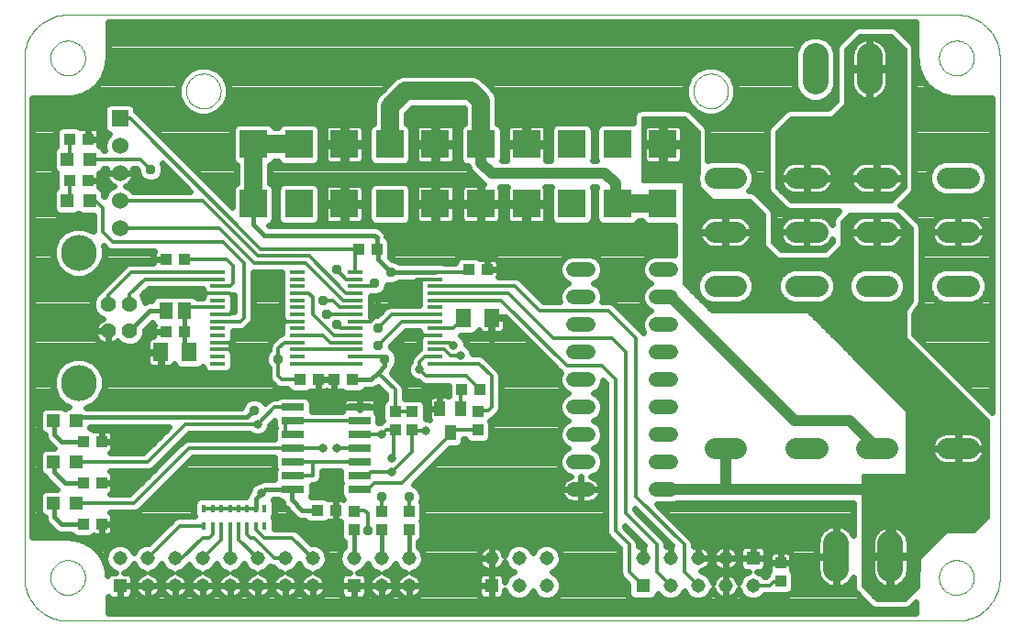
<source format=gtl>
G75*
G70*
%OFA0B0*%
%FSLAX24Y24*%
%IPPOS*%
%LPD*%
%AMOC8*
5,1,8,0,0,1.08239X$1,22.5*
%
%ADD10R,0.1004X0.1004*%
%ADD11C,0.0000*%
%ADD12R,0.0550X0.0137*%
%ADD13R,0.0433X0.0394*%
%ADD14R,0.0600X0.0600*%
%ADD15C,0.0600*%
%ADD16R,0.0394X0.0433*%
%ADD17R,0.0551X0.0709*%
%ADD18C,0.0520*%
%ADD19C,0.0780*%
%ADD20R,0.0515X0.0515*%
%ADD21C,0.0515*%
%ADD22C,0.0937*%
%ADD23R,0.0472X0.0472*%
%ADD24R,0.0512X0.0591*%
%ADD25C,0.1306*%
%ADD26C,0.0562*%
%ADD27R,0.0157X0.0315*%
%ADD28R,0.0800X0.0260*%
%ADD29R,0.0394X0.0551*%
%ADD30C,0.0240*%
%ADD31C,0.0120*%
%ADD32C,0.0375*%
%ADD33C,0.0660*%
%ADD34C,0.0160*%
%ADD35C,0.0320*%
%ADD36C,0.0400*%
D10*
X013927Y022524D03*
X015580Y022524D03*
X017234Y022524D03*
X018887Y022524D03*
X020541Y022524D03*
X022194Y022524D03*
X023848Y022524D03*
X025502Y022524D03*
X027155Y022524D03*
X028809Y022524D03*
X028809Y024689D03*
X027155Y024689D03*
X025502Y024689D03*
X023848Y024689D03*
X022194Y024689D03*
X020541Y024689D03*
X018887Y024689D03*
X017234Y024689D03*
X015580Y024689D03*
X013927Y024689D03*
D11*
X007187Y007356D02*
X039470Y007356D01*
X038840Y008931D02*
X038842Y008981D01*
X038848Y009031D01*
X038858Y009080D01*
X038872Y009128D01*
X038889Y009175D01*
X038910Y009220D01*
X038935Y009264D01*
X038963Y009305D01*
X038995Y009344D01*
X039029Y009381D01*
X039066Y009415D01*
X039106Y009445D01*
X039148Y009472D01*
X039192Y009496D01*
X039238Y009517D01*
X039285Y009533D01*
X039333Y009546D01*
X039383Y009555D01*
X039432Y009560D01*
X039483Y009561D01*
X039533Y009558D01*
X039582Y009551D01*
X039631Y009540D01*
X039679Y009525D01*
X039725Y009507D01*
X039770Y009485D01*
X039813Y009459D01*
X039854Y009430D01*
X039893Y009398D01*
X039929Y009363D01*
X039961Y009325D01*
X039991Y009285D01*
X040018Y009242D01*
X040041Y009198D01*
X040060Y009152D01*
X040076Y009104D01*
X040088Y009055D01*
X040096Y009006D01*
X040100Y008956D01*
X040100Y008906D01*
X040096Y008856D01*
X040088Y008807D01*
X040076Y008758D01*
X040060Y008710D01*
X040041Y008664D01*
X040018Y008620D01*
X039991Y008577D01*
X039961Y008537D01*
X039929Y008499D01*
X039893Y008464D01*
X039854Y008432D01*
X039813Y008403D01*
X039770Y008377D01*
X039725Y008355D01*
X039679Y008337D01*
X039631Y008322D01*
X039582Y008311D01*
X039533Y008304D01*
X039483Y008301D01*
X039432Y008302D01*
X039383Y008307D01*
X039333Y008316D01*
X039285Y008329D01*
X039238Y008345D01*
X039192Y008366D01*
X039148Y008390D01*
X039106Y008417D01*
X039066Y008447D01*
X039029Y008481D01*
X038995Y008518D01*
X038963Y008557D01*
X038935Y008598D01*
X038910Y008642D01*
X038889Y008687D01*
X038872Y008734D01*
X038858Y008782D01*
X038848Y008831D01*
X038842Y008881D01*
X038840Y008931D01*
X039470Y007356D02*
X039547Y007358D01*
X039624Y007364D01*
X039701Y007373D01*
X039777Y007386D01*
X039853Y007403D01*
X039927Y007424D01*
X040001Y007448D01*
X040073Y007476D01*
X040143Y007507D01*
X040212Y007542D01*
X040280Y007580D01*
X040345Y007621D01*
X040408Y007666D01*
X040469Y007714D01*
X040528Y007764D01*
X040584Y007817D01*
X040637Y007873D01*
X040687Y007932D01*
X040735Y007993D01*
X040780Y008056D01*
X040821Y008121D01*
X040859Y008189D01*
X040894Y008258D01*
X040925Y008328D01*
X040953Y008400D01*
X040977Y008474D01*
X040998Y008548D01*
X041015Y008624D01*
X041028Y008700D01*
X041037Y008777D01*
X041043Y008854D01*
X041045Y008931D01*
X041045Y027829D01*
X038840Y027829D02*
X038842Y027879D01*
X038848Y027929D01*
X038858Y027978D01*
X038872Y028026D01*
X038889Y028073D01*
X038910Y028118D01*
X038935Y028162D01*
X038963Y028203D01*
X038995Y028242D01*
X039029Y028279D01*
X039066Y028313D01*
X039106Y028343D01*
X039148Y028370D01*
X039192Y028394D01*
X039238Y028415D01*
X039285Y028431D01*
X039333Y028444D01*
X039383Y028453D01*
X039432Y028458D01*
X039483Y028459D01*
X039533Y028456D01*
X039582Y028449D01*
X039631Y028438D01*
X039679Y028423D01*
X039725Y028405D01*
X039770Y028383D01*
X039813Y028357D01*
X039854Y028328D01*
X039893Y028296D01*
X039929Y028261D01*
X039961Y028223D01*
X039991Y028183D01*
X040018Y028140D01*
X040041Y028096D01*
X040060Y028050D01*
X040076Y028002D01*
X040088Y027953D01*
X040096Y027904D01*
X040100Y027854D01*
X040100Y027804D01*
X040096Y027754D01*
X040088Y027705D01*
X040076Y027656D01*
X040060Y027608D01*
X040041Y027562D01*
X040018Y027518D01*
X039991Y027475D01*
X039961Y027435D01*
X039929Y027397D01*
X039893Y027362D01*
X039854Y027330D01*
X039813Y027301D01*
X039770Y027275D01*
X039725Y027253D01*
X039679Y027235D01*
X039631Y027220D01*
X039582Y027209D01*
X039533Y027202D01*
X039483Y027199D01*
X039432Y027200D01*
X039383Y027205D01*
X039333Y027214D01*
X039285Y027227D01*
X039238Y027243D01*
X039192Y027264D01*
X039148Y027288D01*
X039106Y027315D01*
X039066Y027345D01*
X039029Y027379D01*
X038995Y027416D01*
X038963Y027455D01*
X038935Y027496D01*
X038910Y027540D01*
X038889Y027585D01*
X038872Y027632D01*
X038858Y027680D01*
X038848Y027729D01*
X038842Y027779D01*
X038840Y027829D01*
X039470Y029404D02*
X039547Y029402D01*
X039624Y029396D01*
X039701Y029387D01*
X039777Y029374D01*
X039853Y029357D01*
X039927Y029336D01*
X040001Y029312D01*
X040073Y029284D01*
X040143Y029253D01*
X040212Y029218D01*
X040280Y029180D01*
X040345Y029139D01*
X040408Y029094D01*
X040469Y029046D01*
X040528Y028996D01*
X040584Y028943D01*
X040637Y028887D01*
X040687Y028828D01*
X040735Y028767D01*
X040780Y028704D01*
X040821Y028639D01*
X040859Y028571D01*
X040894Y028502D01*
X040925Y028432D01*
X040953Y028360D01*
X040977Y028286D01*
X040998Y028212D01*
X041015Y028136D01*
X041028Y028060D01*
X041037Y027983D01*
X041043Y027906D01*
X041045Y027829D01*
X039470Y029404D02*
X007187Y029404D01*
X006557Y027829D02*
X006559Y027879D01*
X006565Y027929D01*
X006575Y027978D01*
X006589Y028026D01*
X006606Y028073D01*
X006627Y028118D01*
X006652Y028162D01*
X006680Y028203D01*
X006712Y028242D01*
X006746Y028279D01*
X006783Y028313D01*
X006823Y028343D01*
X006865Y028370D01*
X006909Y028394D01*
X006955Y028415D01*
X007002Y028431D01*
X007050Y028444D01*
X007100Y028453D01*
X007149Y028458D01*
X007200Y028459D01*
X007250Y028456D01*
X007299Y028449D01*
X007348Y028438D01*
X007396Y028423D01*
X007442Y028405D01*
X007487Y028383D01*
X007530Y028357D01*
X007571Y028328D01*
X007610Y028296D01*
X007646Y028261D01*
X007678Y028223D01*
X007708Y028183D01*
X007735Y028140D01*
X007758Y028096D01*
X007777Y028050D01*
X007793Y028002D01*
X007805Y027953D01*
X007813Y027904D01*
X007817Y027854D01*
X007817Y027804D01*
X007813Y027754D01*
X007805Y027705D01*
X007793Y027656D01*
X007777Y027608D01*
X007758Y027562D01*
X007735Y027518D01*
X007708Y027475D01*
X007678Y027435D01*
X007646Y027397D01*
X007610Y027362D01*
X007571Y027330D01*
X007530Y027301D01*
X007487Y027275D01*
X007442Y027253D01*
X007396Y027235D01*
X007348Y027220D01*
X007299Y027209D01*
X007250Y027202D01*
X007200Y027199D01*
X007149Y027200D01*
X007100Y027205D01*
X007050Y027214D01*
X007002Y027227D01*
X006955Y027243D01*
X006909Y027264D01*
X006865Y027288D01*
X006823Y027315D01*
X006783Y027345D01*
X006746Y027379D01*
X006712Y027416D01*
X006680Y027455D01*
X006652Y027496D01*
X006627Y027540D01*
X006606Y027585D01*
X006589Y027632D01*
X006575Y027680D01*
X006565Y027729D01*
X006559Y027779D01*
X006557Y027829D01*
X005612Y027829D02*
X005614Y027906D01*
X005620Y027983D01*
X005629Y028060D01*
X005642Y028136D01*
X005659Y028212D01*
X005680Y028286D01*
X005704Y028360D01*
X005732Y028432D01*
X005763Y028502D01*
X005798Y028571D01*
X005836Y028639D01*
X005877Y028704D01*
X005922Y028767D01*
X005970Y028828D01*
X006020Y028887D01*
X006073Y028943D01*
X006129Y028996D01*
X006188Y029046D01*
X006249Y029094D01*
X006312Y029139D01*
X006377Y029180D01*
X006445Y029218D01*
X006514Y029253D01*
X006584Y029284D01*
X006656Y029312D01*
X006730Y029336D01*
X006804Y029357D01*
X006880Y029374D01*
X006956Y029387D01*
X007033Y029396D01*
X007110Y029402D01*
X007187Y029404D01*
X005612Y027829D02*
X005612Y008931D01*
X006557Y008931D02*
X006559Y008981D01*
X006565Y009031D01*
X006575Y009080D01*
X006589Y009128D01*
X006606Y009175D01*
X006627Y009220D01*
X006652Y009264D01*
X006680Y009305D01*
X006712Y009344D01*
X006746Y009381D01*
X006783Y009415D01*
X006823Y009445D01*
X006865Y009472D01*
X006909Y009496D01*
X006955Y009517D01*
X007002Y009533D01*
X007050Y009546D01*
X007100Y009555D01*
X007149Y009560D01*
X007200Y009561D01*
X007250Y009558D01*
X007299Y009551D01*
X007348Y009540D01*
X007396Y009525D01*
X007442Y009507D01*
X007487Y009485D01*
X007530Y009459D01*
X007571Y009430D01*
X007610Y009398D01*
X007646Y009363D01*
X007678Y009325D01*
X007708Y009285D01*
X007735Y009242D01*
X007758Y009198D01*
X007777Y009152D01*
X007793Y009104D01*
X007805Y009055D01*
X007813Y009006D01*
X007817Y008956D01*
X007817Y008906D01*
X007813Y008856D01*
X007805Y008807D01*
X007793Y008758D01*
X007777Y008710D01*
X007758Y008664D01*
X007735Y008620D01*
X007708Y008577D01*
X007678Y008537D01*
X007646Y008499D01*
X007610Y008464D01*
X007571Y008432D01*
X007530Y008403D01*
X007487Y008377D01*
X007442Y008355D01*
X007396Y008337D01*
X007348Y008322D01*
X007299Y008311D01*
X007250Y008304D01*
X007200Y008301D01*
X007149Y008302D01*
X007100Y008307D01*
X007050Y008316D01*
X007002Y008329D01*
X006955Y008345D01*
X006909Y008366D01*
X006865Y008390D01*
X006823Y008417D01*
X006783Y008447D01*
X006746Y008481D01*
X006712Y008518D01*
X006680Y008557D01*
X006652Y008598D01*
X006627Y008642D01*
X006606Y008687D01*
X006589Y008734D01*
X006575Y008782D01*
X006565Y008831D01*
X006559Y008881D01*
X006557Y008931D01*
X005612Y008931D02*
X005614Y008854D01*
X005620Y008777D01*
X005629Y008700D01*
X005642Y008624D01*
X005659Y008548D01*
X005680Y008474D01*
X005704Y008400D01*
X005732Y008328D01*
X005763Y008258D01*
X005798Y008189D01*
X005836Y008121D01*
X005877Y008056D01*
X005922Y007993D01*
X005970Y007932D01*
X006020Y007873D01*
X006073Y007817D01*
X006129Y007764D01*
X006188Y007714D01*
X006249Y007666D01*
X006312Y007621D01*
X006377Y007580D01*
X006445Y007542D01*
X006514Y007507D01*
X006584Y007476D01*
X006656Y007448D01*
X006730Y007424D01*
X006804Y007403D01*
X006880Y007386D01*
X006956Y007373D01*
X007033Y007364D01*
X007110Y007358D01*
X007187Y007356D01*
X011486Y026630D02*
X011488Y026680D01*
X011494Y026730D01*
X011504Y026779D01*
X011518Y026827D01*
X011535Y026874D01*
X011556Y026919D01*
X011581Y026963D01*
X011609Y027004D01*
X011641Y027043D01*
X011675Y027080D01*
X011712Y027114D01*
X011752Y027144D01*
X011794Y027171D01*
X011838Y027195D01*
X011884Y027216D01*
X011931Y027232D01*
X011979Y027245D01*
X012029Y027254D01*
X012078Y027259D01*
X012129Y027260D01*
X012179Y027257D01*
X012228Y027250D01*
X012277Y027239D01*
X012325Y027224D01*
X012371Y027206D01*
X012416Y027184D01*
X012459Y027158D01*
X012500Y027129D01*
X012539Y027097D01*
X012575Y027062D01*
X012607Y027024D01*
X012637Y026984D01*
X012664Y026941D01*
X012687Y026897D01*
X012706Y026851D01*
X012722Y026803D01*
X012734Y026754D01*
X012742Y026705D01*
X012746Y026655D01*
X012746Y026605D01*
X012742Y026555D01*
X012734Y026506D01*
X012722Y026457D01*
X012706Y026409D01*
X012687Y026363D01*
X012664Y026319D01*
X012637Y026276D01*
X012607Y026236D01*
X012575Y026198D01*
X012539Y026163D01*
X012500Y026131D01*
X012459Y026102D01*
X012416Y026076D01*
X012371Y026054D01*
X012325Y026036D01*
X012277Y026021D01*
X012228Y026010D01*
X012179Y026003D01*
X012129Y026000D01*
X012078Y026001D01*
X012029Y026006D01*
X011979Y026015D01*
X011931Y026028D01*
X011884Y026044D01*
X011838Y026065D01*
X011794Y026089D01*
X011752Y026116D01*
X011712Y026146D01*
X011675Y026180D01*
X011641Y026217D01*
X011609Y026256D01*
X011581Y026297D01*
X011556Y026341D01*
X011535Y026386D01*
X011518Y026433D01*
X011504Y026481D01*
X011494Y026530D01*
X011488Y026580D01*
X011486Y026630D01*
X029911Y026630D02*
X029913Y026680D01*
X029919Y026730D01*
X029929Y026779D01*
X029943Y026827D01*
X029960Y026874D01*
X029981Y026919D01*
X030006Y026963D01*
X030034Y027004D01*
X030066Y027043D01*
X030100Y027080D01*
X030137Y027114D01*
X030177Y027144D01*
X030219Y027171D01*
X030263Y027195D01*
X030309Y027216D01*
X030356Y027232D01*
X030404Y027245D01*
X030454Y027254D01*
X030503Y027259D01*
X030554Y027260D01*
X030604Y027257D01*
X030653Y027250D01*
X030702Y027239D01*
X030750Y027224D01*
X030796Y027206D01*
X030841Y027184D01*
X030884Y027158D01*
X030925Y027129D01*
X030964Y027097D01*
X031000Y027062D01*
X031032Y027024D01*
X031062Y026984D01*
X031089Y026941D01*
X031112Y026897D01*
X031131Y026851D01*
X031147Y026803D01*
X031159Y026754D01*
X031167Y026705D01*
X031171Y026655D01*
X031171Y026605D01*
X031167Y026555D01*
X031159Y026506D01*
X031147Y026457D01*
X031131Y026409D01*
X031112Y026363D01*
X031089Y026319D01*
X031062Y026276D01*
X031032Y026236D01*
X031000Y026198D01*
X030964Y026163D01*
X030925Y026131D01*
X030884Y026102D01*
X030841Y026076D01*
X030796Y026054D01*
X030750Y026036D01*
X030702Y026021D01*
X030653Y026010D01*
X030604Y026003D01*
X030554Y026000D01*
X030503Y026001D01*
X030454Y026006D01*
X030404Y026015D01*
X030356Y026028D01*
X030309Y026044D01*
X030263Y026065D01*
X030219Y026089D01*
X030177Y026116D01*
X030137Y026146D01*
X030100Y026180D01*
X030066Y026217D01*
X030034Y026256D01*
X030006Y026297D01*
X029981Y026341D01*
X029960Y026386D01*
X029943Y026433D01*
X029929Y026481D01*
X029919Y026530D01*
X029913Y026580D01*
X029911Y026630D01*
D12*
X020518Y020043D03*
X020518Y019787D03*
X020518Y019532D03*
X020518Y019276D03*
X020518Y019020D03*
X020518Y018764D03*
X020518Y018508D03*
X020518Y018252D03*
X020518Y017996D03*
X020518Y017740D03*
X020518Y017484D03*
X020518Y017228D03*
X020518Y016973D03*
X020518Y016717D03*
X017639Y016717D03*
X017639Y016973D03*
X017639Y017228D03*
X017639Y017484D03*
X017639Y017740D03*
X017639Y017996D03*
X017639Y018252D03*
X017639Y018508D03*
X017639Y018764D03*
X017639Y019020D03*
X017639Y019276D03*
X017639Y019532D03*
X017639Y019787D03*
X017639Y020043D03*
X015518Y020043D03*
X015518Y019787D03*
X015518Y019532D03*
X015518Y019276D03*
X015518Y019020D03*
X015518Y018764D03*
X015518Y018508D03*
X015518Y018252D03*
X015518Y017996D03*
X015518Y017740D03*
X015518Y017484D03*
X015518Y017228D03*
X015518Y016973D03*
X015518Y016717D03*
X012639Y016717D03*
X012639Y016973D03*
X012639Y017228D03*
X012639Y017484D03*
X012639Y017740D03*
X012639Y017996D03*
X012639Y018252D03*
X012639Y018508D03*
X012639Y018764D03*
X012639Y019020D03*
X012639Y019276D03*
X012639Y019532D03*
X012639Y019787D03*
X012639Y020043D03*
D13*
X011413Y020505D03*
X010744Y020505D03*
X010744Y017880D03*
X011413Y017880D03*
X015619Y016130D03*
X016288Y016130D03*
X016869Y016130D03*
X017538Y016130D03*
X019078Y014965D03*
X019703Y014965D03*
X019703Y014295D03*
X019078Y014295D03*
X022078Y014295D03*
X022078Y014965D03*
X019578Y011340D03*
X019578Y010670D03*
X018578Y010670D03*
X018578Y011340D03*
X017578Y011340D03*
X016913Y011380D03*
X016244Y011380D03*
X017578Y010670D03*
X021744Y020130D03*
X022413Y020130D03*
D14*
X009078Y025630D03*
D15*
X009078Y024630D03*
X009078Y023630D03*
X009078Y022630D03*
X009078Y021630D03*
D16*
X007913Y023380D03*
X007244Y023380D03*
X007244Y024880D03*
X007913Y024880D03*
X017744Y020880D03*
X018413Y020880D03*
X021494Y015755D03*
X022163Y015755D03*
X033078Y009465D03*
X033078Y008795D03*
X008413Y010880D03*
X007744Y010880D03*
X007744Y012380D03*
X008413Y012380D03*
X008413Y013880D03*
X007744Y013880D03*
D17*
X010567Y017130D03*
X011590Y017130D03*
X021567Y018380D03*
X022590Y018380D03*
D18*
X025568Y018130D02*
X026088Y018130D01*
X026088Y017130D02*
X025568Y017130D01*
X025568Y016130D02*
X026088Y016130D01*
X026088Y015130D02*
X025568Y015130D01*
X025568Y014130D02*
X026088Y014130D01*
X026088Y013130D02*
X025568Y013130D01*
X025568Y012130D02*
X026088Y012130D01*
X028568Y012130D02*
X029088Y012130D01*
X029088Y013130D02*
X028568Y013130D01*
X028568Y014130D02*
X029088Y014130D01*
X029088Y015130D02*
X028568Y015130D01*
X028568Y016130D02*
X029088Y016130D01*
X029088Y017130D02*
X028568Y017130D01*
X028568Y018130D02*
X029088Y018130D01*
X029088Y019130D02*
X028568Y019130D01*
X028568Y020130D02*
X029088Y020130D01*
X026088Y020130D02*
X025568Y020130D01*
X025568Y019130D02*
X026088Y019130D01*
D19*
X030688Y019540D02*
X031468Y019540D01*
X033638Y019540D02*
X034418Y019540D01*
X036188Y019540D02*
X036968Y019540D01*
X039138Y019540D02*
X039918Y019540D01*
X039918Y021500D02*
X039138Y021500D01*
X036968Y021500D02*
X036188Y021500D01*
X034418Y021500D02*
X033638Y021500D01*
X031468Y021500D02*
X030688Y021500D01*
X030688Y023470D02*
X031468Y023470D01*
X033638Y023470D02*
X034418Y023470D01*
X036188Y023470D02*
X036968Y023470D01*
X039138Y023470D02*
X039918Y023470D01*
X039918Y013630D02*
X039138Y013630D01*
X036968Y013630D02*
X036188Y013630D01*
X034418Y013630D02*
X033638Y013630D01*
X031468Y013630D02*
X030688Y013630D01*
D20*
X032078Y009630D03*
X028078Y008630D03*
X022578Y008630D03*
X017578Y008630D03*
X009078Y008630D03*
D21*
X010078Y008630D03*
X011078Y008630D03*
X012078Y008630D03*
X013078Y008630D03*
X014078Y008630D03*
X015078Y008630D03*
X016078Y008630D03*
X016078Y009630D03*
X015078Y009630D03*
X014078Y009630D03*
X013078Y009630D03*
X012078Y009630D03*
X011078Y009630D03*
X010078Y009630D03*
X009078Y009630D03*
X017578Y009630D03*
X018578Y009630D03*
X019578Y009630D03*
X019578Y008630D03*
X018578Y008630D03*
X022578Y009630D03*
X023578Y009630D03*
X024578Y009630D03*
X024578Y008630D03*
X023578Y008630D03*
X028078Y009630D03*
X029078Y009630D03*
X030078Y009630D03*
X031078Y009630D03*
X031078Y008630D03*
X030078Y008630D03*
X029078Y008630D03*
X032078Y008630D03*
D22*
X035094Y009234D02*
X035094Y010171D01*
X037063Y010171D02*
X037063Y009234D01*
X036313Y026964D02*
X036313Y027901D01*
X034344Y027901D02*
X034344Y026964D01*
D23*
X007992Y024130D03*
X007165Y024130D03*
X007165Y022630D03*
X007992Y022630D03*
X007492Y014630D03*
X006665Y014630D03*
X006665Y013130D03*
X007492Y013130D03*
X007492Y011630D03*
X006665Y011630D03*
D24*
X010744Y018630D03*
X011413Y018630D03*
D25*
X007578Y020750D03*
X007578Y016010D03*
D26*
X008645Y017888D03*
X009433Y017888D03*
X009433Y018872D03*
X008645Y018872D03*
D27*
X012133Y011445D03*
X012448Y011445D03*
X012763Y011445D03*
X013078Y011445D03*
X013393Y011445D03*
X013708Y011445D03*
X014023Y011445D03*
X014338Y011445D03*
X014338Y010815D03*
X014023Y010815D03*
X013708Y010815D03*
X013393Y010815D03*
X013078Y010815D03*
X012763Y010815D03*
X012448Y010815D03*
X012133Y010815D03*
D28*
X015368Y012130D03*
X015368Y012630D03*
X015368Y013130D03*
X015368Y013630D03*
X015368Y014130D03*
X015368Y014630D03*
X015368Y015130D03*
X017788Y015130D03*
X017788Y014630D03*
X017788Y014130D03*
X017788Y013630D03*
X017788Y013130D03*
X017788Y012630D03*
X017788Y012130D03*
D29*
X021078Y014197D03*
X020704Y015063D03*
X021452Y015063D03*
D30*
X021017Y015526D02*
X020986Y015544D01*
X020930Y015559D01*
X020704Y015559D01*
X020479Y015559D01*
X020423Y015544D01*
X020372Y015515D01*
X020331Y015474D01*
X020302Y015424D01*
X020287Y015368D01*
X020287Y015063D01*
X020287Y014759D01*
X020302Y014703D01*
X020312Y014686D01*
X020291Y014695D01*
X020193Y014695D01*
X020200Y014712D01*
X020200Y015217D01*
X020157Y015320D01*
X020078Y015399D01*
X019976Y015441D01*
X019431Y015441D01*
X019418Y015436D01*
X019418Y015823D01*
X019367Y015948D01*
X018948Y016366D01*
X019009Y016426D01*
X019063Y016558D01*
X019063Y016579D01*
X019100Y016615D01*
X019171Y016787D01*
X019171Y016973D01*
X019100Y017145D01*
X018968Y017276D01*
X018921Y017296D01*
X018921Y017367D01*
X019466Y017912D01*
X019963Y017912D01*
X019963Y017872D01*
X020005Y017769D01*
X020023Y017752D01*
X020023Y017740D01*
X020023Y017729D01*
X020005Y017711D01*
X019963Y017609D01*
X019963Y017360D01*
X019964Y017356D01*
X019963Y017353D01*
X019963Y017245D01*
X019761Y017043D01*
X019665Y016948D01*
X019613Y016823D01*
X019613Y016787D01*
X019580Y016754D01*
X019513Y016593D01*
X019513Y016417D01*
X019580Y016256D01*
X019704Y016132D01*
X019866Y016065D01*
X019913Y016065D01*
X019915Y016062D01*
X020011Y015967D01*
X020136Y015915D01*
X021017Y015915D01*
X021017Y015526D01*
X021017Y015716D02*
X019418Y015716D01*
X019418Y015478D02*
X020335Y015478D01*
X020287Y015239D02*
X020191Y015239D01*
X020287Y015063D02*
X020704Y015063D01*
X020287Y015063D01*
X020287Y015001D02*
X020200Y015001D01*
X020200Y014762D02*
X020287Y014762D01*
X020704Y015063D02*
X020704Y015063D01*
X020704Y015559D01*
X020704Y015063D01*
X020704Y015063D01*
X020704Y015239D02*
X020704Y015239D01*
X020704Y015478D02*
X020704Y015478D01*
X020040Y015955D02*
X019360Y015955D01*
X019121Y016193D02*
X019643Y016193D01*
X019513Y016432D02*
X019011Y016432D01*
X019122Y016670D02*
X019545Y016670D01*
X019649Y016909D02*
X019171Y016909D01*
X019097Y017147D02*
X019865Y017147D01*
X019963Y017386D02*
X018940Y017386D01*
X019178Y017624D02*
X019969Y017624D01*
X020023Y017740D02*
X020034Y017740D01*
X020034Y017740D01*
X020034Y017740D01*
X020023Y017740D01*
X019967Y017863D02*
X019417Y017863D01*
X018546Y018578D02*
X018194Y018578D01*
X018194Y018632D02*
X018194Y018404D01*
X018360Y018472D01*
X018440Y018472D01*
X018764Y018796D01*
X018889Y018848D01*
X019963Y018848D01*
X019963Y018888D01*
X019964Y018892D01*
X019963Y018896D01*
X019963Y019144D01*
X019964Y019148D01*
X019963Y019151D01*
X019963Y019400D01*
X019964Y019404D01*
X019963Y019407D01*
X019963Y019656D01*
X019974Y019683D01*
X019216Y019683D01*
X019180Y019647D01*
X019008Y019576D01*
X018822Y019576D01*
X018796Y019587D01*
X018796Y019537D01*
X018725Y019365D01*
X018593Y019234D01*
X018421Y019163D01*
X018235Y019163D01*
X018194Y019180D01*
X018194Y019151D01*
X018192Y019148D01*
X018194Y019144D01*
X018194Y018896D01*
X018192Y018892D01*
X018194Y018888D01*
X018194Y018640D01*
X018192Y018636D01*
X018194Y018632D01*
X018194Y018817D02*
X018813Y018817D01*
X018653Y019294D02*
X019963Y019294D01*
X019963Y019532D02*
X018794Y019532D01*
X018194Y019055D02*
X019963Y019055D01*
X021460Y017746D02*
X021898Y017746D01*
X022001Y017788D01*
X022079Y017867D01*
X022110Y017940D01*
X022139Y017891D01*
X022179Y017850D01*
X022230Y017821D01*
X022286Y017806D01*
X022572Y017806D01*
X022572Y018362D01*
X022608Y018362D01*
X022608Y017806D01*
X022895Y017806D01*
X022951Y017821D01*
X023001Y017850D01*
X023042Y017891D01*
X023071Y017941D01*
X023086Y017997D01*
X023086Y018362D01*
X022608Y018362D01*
X022608Y018398D01*
X023080Y018398D01*
X025040Y016437D01*
X025090Y016387D01*
X025028Y016237D01*
X025028Y016023D01*
X025111Y015824D01*
X025262Y015672D01*
X025364Y015630D01*
X025262Y015588D01*
X025111Y015436D01*
X025028Y015237D01*
X025028Y015023D01*
X025111Y014824D01*
X025262Y014672D01*
X025364Y014630D01*
X025262Y014588D01*
X025111Y014436D01*
X025028Y014237D01*
X025028Y014023D01*
X025111Y013824D01*
X025262Y013672D01*
X025364Y013630D01*
X025262Y013588D01*
X025111Y013436D01*
X025028Y013237D01*
X025028Y013023D01*
X025111Y012824D01*
X025262Y012672D01*
X025448Y012595D01*
X025384Y012575D01*
X025317Y012541D01*
X025256Y012496D01*
X025202Y012443D01*
X025158Y012382D01*
X025124Y012314D01*
X025100Y012242D01*
X025088Y012168D01*
X025088Y012130D01*
X025088Y012092D01*
X025100Y012018D01*
X025124Y011946D01*
X025158Y011878D01*
X025202Y011817D01*
X025256Y011764D01*
X025317Y011719D01*
X025384Y011685D01*
X025456Y011662D01*
X025531Y011650D01*
X025828Y011650D01*
X025828Y012130D01*
X025088Y012130D01*
X025828Y012130D01*
X025828Y012130D01*
X025828Y012130D01*
X025828Y012590D01*
X025828Y012590D01*
X025828Y012130D01*
X025828Y012130D01*
X025828Y011650D01*
X026126Y011650D01*
X026201Y011662D01*
X026273Y011685D01*
X026340Y011719D01*
X026401Y011764D01*
X026454Y011817D01*
X026499Y011878D01*
X026533Y011946D01*
X026557Y012018D01*
X026568Y012092D01*
X026568Y012130D01*
X026568Y012168D01*
X026557Y012242D01*
X026533Y012314D01*
X026499Y012382D01*
X026454Y012443D01*
X026401Y012496D01*
X026340Y012541D01*
X026273Y012575D01*
X026209Y012595D01*
X026394Y012672D01*
X026546Y012824D01*
X026628Y013023D01*
X026628Y013237D01*
X026546Y013436D01*
X026394Y013588D01*
X026292Y013630D01*
X026394Y013672D01*
X026546Y013824D01*
X026628Y014023D01*
X026628Y014237D01*
X026546Y014436D01*
X026394Y014588D01*
X026292Y014630D01*
X026394Y014672D01*
X026546Y014824D01*
X026628Y015023D01*
X026628Y015237D01*
X026546Y015436D01*
X026394Y015588D01*
X026292Y015630D01*
X026394Y015672D01*
X026546Y015824D01*
X026628Y016023D01*
X026628Y016099D01*
X026738Y015989D01*
X026738Y010562D01*
X026790Y010437D01*
X027238Y009989D01*
X027238Y009062D01*
X027290Y008937D01*
X027541Y008687D01*
X027541Y008317D01*
X027583Y008214D01*
X027662Y008135D01*
X027765Y008093D01*
X028392Y008093D01*
X028494Y008135D01*
X028573Y008214D01*
X028616Y008317D01*
X028616Y008342D01*
X028623Y008326D01*
X028774Y008174D01*
X028971Y008093D01*
X029185Y008093D01*
X029383Y008174D01*
X029534Y008326D01*
X029578Y008433D01*
X029623Y008326D01*
X029774Y008174D01*
X029971Y008093D01*
X030185Y008093D01*
X030383Y008174D01*
X030534Y008326D01*
X030613Y008517D01*
X030636Y008447D01*
X030670Y008380D01*
X030714Y008319D01*
X030767Y008266D01*
X030828Y008222D01*
X030895Y008188D01*
X030967Y008164D01*
X031041Y008153D01*
X031078Y008153D01*
X031078Y008630D01*
X031078Y009107D01*
X031041Y009107D01*
X030967Y009096D01*
X030895Y009072D01*
X030828Y009038D01*
X030767Y008994D01*
X030714Y008941D01*
X030670Y008880D01*
X030636Y008813D01*
X030613Y008743D01*
X030534Y008934D01*
X030383Y009086D01*
X030192Y009165D01*
X030262Y009188D01*
X030329Y009222D01*
X030389Y009266D01*
X030443Y009319D01*
X030487Y009380D01*
X030521Y009447D01*
X030544Y009518D01*
X030556Y009592D01*
X030556Y009630D01*
X030556Y009668D01*
X030544Y009742D01*
X030521Y009813D01*
X030487Y009880D01*
X030443Y009941D01*
X030389Y009994D01*
X030329Y010038D01*
X030262Y010072D01*
X030190Y010096D01*
X030116Y010107D01*
X030078Y010107D01*
X030041Y010107D01*
X029967Y010096D01*
X029918Y010080D01*
X029918Y010198D01*
X029867Y010323D01*
X029771Y010418D01*
X028599Y011590D01*
X029196Y011590D01*
X029341Y011650D01*
X035718Y011650D01*
X035718Y010463D01*
X035713Y010477D01*
X035668Y010555D01*
X035613Y010626D01*
X035549Y010690D01*
X035477Y010745D01*
X035399Y010790D01*
X035316Y010825D01*
X035229Y010848D01*
X035139Y010860D01*
X035112Y010860D01*
X035112Y009721D01*
X035076Y009721D01*
X035076Y010860D01*
X035049Y010860D01*
X034959Y010848D01*
X034872Y010825D01*
X034789Y010790D01*
X034711Y010745D01*
X034639Y010690D01*
X034575Y010626D01*
X034520Y010555D01*
X034475Y010477D01*
X034441Y010393D01*
X034417Y010306D01*
X034406Y010216D01*
X034406Y009721D01*
X035076Y009721D01*
X035076Y009685D01*
X034406Y009685D01*
X034406Y009189D01*
X034417Y009100D01*
X034441Y009013D01*
X034475Y008929D01*
X034520Y008851D01*
X034575Y008779D01*
X034639Y008716D01*
X034711Y008661D01*
X034789Y008616D01*
X034872Y008581D01*
X034959Y008558D01*
X035049Y008546D01*
X035076Y008546D01*
X035076Y009685D01*
X035112Y009685D01*
X035112Y008546D01*
X035139Y008546D01*
X035229Y008558D01*
X035316Y008581D01*
X035399Y008616D01*
X035477Y008661D01*
X035549Y008716D01*
X035613Y008779D01*
X035668Y008851D01*
X035713Y008929D01*
X035718Y008942D01*
X035718Y008558D01*
X035773Y008426D01*
X035874Y008325D01*
X036374Y007825D01*
X036507Y007770D01*
X037650Y007770D01*
X037782Y007825D01*
X037884Y007926D01*
X038009Y008052D01*
X038009Y007636D01*
X008648Y007636D01*
X008648Y008235D01*
X008686Y008196D01*
X008736Y008168D01*
X008792Y008153D01*
X009078Y008153D01*
X009078Y008630D01*
X009078Y008630D01*
X009078Y008153D01*
X009365Y008153D01*
X009421Y008168D01*
X009471Y008196D01*
X009512Y008237D01*
X009541Y008288D01*
X009556Y008344D01*
X009556Y008630D01*
X009556Y008916D01*
X009541Y008972D01*
X009512Y009023D01*
X009471Y009064D01*
X009421Y009092D01*
X009365Y009107D01*
X009221Y009107D01*
X009383Y009174D01*
X009534Y009326D01*
X009578Y009433D01*
X009623Y009326D01*
X009774Y009174D01*
X009965Y009095D01*
X009895Y009072D01*
X009828Y009038D01*
X009767Y008994D01*
X009714Y008941D01*
X009670Y008880D01*
X009636Y008813D01*
X009613Y008742D01*
X009601Y008668D01*
X009601Y008630D01*
X009601Y008592D01*
X009613Y008518D01*
X009636Y008447D01*
X009670Y008380D01*
X009714Y008319D01*
X009767Y008266D01*
X009828Y008222D01*
X009895Y008188D01*
X009967Y008164D01*
X010041Y008153D01*
X010078Y008153D01*
X010078Y008630D01*
X009601Y008630D01*
X010078Y008630D01*
X010078Y008630D01*
X010078Y008630D01*
X010078Y008153D01*
X010116Y008153D01*
X010190Y008164D01*
X010262Y008188D01*
X010329Y008222D01*
X010389Y008266D01*
X010443Y008319D01*
X010487Y008380D01*
X010521Y008447D01*
X010544Y008518D01*
X010556Y008592D01*
X010556Y008630D01*
X010556Y008668D01*
X010544Y008742D01*
X010521Y008813D01*
X010487Y008880D01*
X010443Y008941D01*
X010389Y008994D01*
X010329Y009038D01*
X010828Y009038D01*
X010767Y008994D01*
X010714Y008941D01*
X010670Y008880D01*
X010636Y008813D01*
X010613Y008742D01*
X010601Y008668D01*
X010601Y008630D01*
X010601Y008592D01*
X010613Y008518D01*
X010636Y008447D01*
X010670Y008380D01*
X010714Y008319D01*
X010767Y008266D01*
X010828Y008222D01*
X010895Y008188D01*
X010967Y008164D01*
X011041Y008153D01*
X011078Y008153D01*
X011078Y008630D01*
X010601Y008630D01*
X011078Y008630D01*
X011078Y008630D01*
X011078Y008630D01*
X011078Y008153D01*
X011116Y008153D01*
X011190Y008164D01*
X011262Y008188D01*
X011329Y008222D01*
X011389Y008266D01*
X011443Y008319D01*
X011487Y008380D01*
X011521Y008447D01*
X011544Y008518D01*
X011556Y008592D01*
X011556Y008630D01*
X011556Y008668D01*
X011544Y008742D01*
X011521Y008813D01*
X011487Y008880D01*
X011443Y008941D01*
X011389Y008994D01*
X011329Y009038D01*
X011828Y009038D01*
X011767Y008994D01*
X011714Y008941D01*
X011670Y008880D01*
X011636Y008813D01*
X011613Y008742D01*
X011601Y008668D01*
X011601Y008630D01*
X011601Y008592D01*
X011613Y008518D01*
X011636Y008447D01*
X011670Y008380D01*
X011714Y008319D01*
X011767Y008266D01*
X011828Y008222D01*
X011895Y008188D01*
X011967Y008164D01*
X012041Y008153D01*
X012078Y008153D01*
X012078Y008630D01*
X011601Y008630D01*
X012078Y008630D01*
X012078Y008630D01*
X012078Y008630D01*
X012078Y008153D01*
X012116Y008153D01*
X012190Y008164D01*
X012262Y008188D01*
X012329Y008222D01*
X012389Y008266D01*
X012443Y008319D01*
X012487Y008380D01*
X012521Y008447D01*
X012544Y008518D01*
X012556Y008592D01*
X012556Y008630D01*
X012556Y008668D01*
X012544Y008742D01*
X012521Y008813D01*
X012487Y008880D01*
X012443Y008941D01*
X012389Y008994D01*
X012329Y009038D01*
X012828Y009038D01*
X012767Y008994D01*
X012714Y008941D01*
X012670Y008880D01*
X012636Y008813D01*
X012613Y008742D01*
X012601Y008668D01*
X012601Y008630D01*
X012601Y008592D01*
X012613Y008518D01*
X012636Y008447D01*
X012670Y008380D01*
X012714Y008319D01*
X012767Y008266D01*
X012828Y008222D01*
X012895Y008188D01*
X012967Y008164D01*
X013041Y008153D01*
X013078Y008153D01*
X013078Y008630D01*
X012601Y008630D01*
X013078Y008630D01*
X013078Y008630D01*
X013078Y008630D01*
X013078Y008153D01*
X013116Y008153D01*
X013190Y008164D01*
X013262Y008188D01*
X013329Y008222D01*
X013389Y008266D01*
X013443Y008319D01*
X013487Y008380D01*
X013521Y008447D01*
X013544Y008518D01*
X013556Y008592D01*
X013556Y008630D01*
X013556Y008668D01*
X013544Y008742D01*
X013521Y008813D01*
X013487Y008880D01*
X013443Y008941D01*
X013389Y008994D01*
X013329Y009038D01*
X013828Y009038D01*
X013767Y008994D01*
X013714Y008941D01*
X013670Y008880D01*
X013636Y008813D01*
X013613Y008742D01*
X013601Y008668D01*
X013601Y008630D01*
X013601Y008592D01*
X013613Y008518D01*
X013636Y008447D01*
X013670Y008380D01*
X013714Y008319D01*
X013767Y008266D01*
X013828Y008222D01*
X013895Y008188D01*
X013967Y008164D01*
X014041Y008153D01*
X014078Y008153D01*
X014078Y008630D01*
X013601Y008630D01*
X014078Y008630D01*
X014078Y008630D01*
X014078Y008630D01*
X014078Y008153D01*
X014116Y008153D01*
X014190Y008164D01*
X014262Y008188D01*
X014329Y008222D01*
X014389Y008266D01*
X014443Y008319D01*
X014487Y008380D01*
X014521Y008447D01*
X014544Y008518D01*
X014556Y008592D01*
X014556Y008630D01*
X014556Y008668D01*
X014544Y008742D01*
X014521Y008813D01*
X014487Y008880D01*
X014443Y008941D01*
X014389Y008994D01*
X014329Y009038D01*
X014828Y009038D01*
X014767Y008994D01*
X014714Y008941D01*
X014670Y008880D01*
X014636Y008813D01*
X014613Y008742D01*
X014601Y008668D01*
X014601Y008630D01*
X014601Y008592D01*
X014613Y008518D01*
X014636Y008447D01*
X014670Y008380D01*
X014714Y008319D01*
X014767Y008266D01*
X014828Y008222D01*
X014895Y008188D01*
X014967Y008164D01*
X015041Y008153D01*
X015078Y008153D01*
X015078Y008630D01*
X014601Y008630D01*
X015078Y008630D01*
X015078Y008630D01*
X015078Y008630D01*
X015078Y008153D01*
X015116Y008153D01*
X015190Y008164D01*
X015262Y008188D01*
X015329Y008222D01*
X015389Y008266D01*
X015443Y008319D01*
X015487Y008380D01*
X015521Y008447D01*
X015544Y008518D01*
X015556Y008592D01*
X015556Y008630D01*
X015556Y008668D01*
X015544Y008742D01*
X015521Y008813D01*
X015487Y008880D01*
X015443Y008941D01*
X015389Y008994D01*
X015329Y009038D01*
X015828Y009038D01*
X015767Y008994D01*
X015714Y008941D01*
X015670Y008880D01*
X015636Y008813D01*
X015613Y008742D01*
X015601Y008668D01*
X015601Y008630D01*
X015601Y008592D01*
X015613Y008518D01*
X015636Y008447D01*
X015670Y008380D01*
X015714Y008319D01*
X015767Y008266D01*
X015828Y008222D01*
X015895Y008188D01*
X015967Y008164D01*
X016041Y008153D01*
X016078Y008153D01*
X016078Y008630D01*
X015601Y008630D01*
X016078Y008630D01*
X016078Y008630D01*
X016078Y008630D01*
X016078Y008153D01*
X016116Y008153D01*
X016190Y008164D01*
X016262Y008188D01*
X016329Y008222D01*
X016389Y008266D01*
X016443Y008319D01*
X016487Y008380D01*
X016521Y008447D01*
X016544Y008518D01*
X016556Y008592D01*
X016556Y008630D01*
X016556Y008668D01*
X016544Y008742D01*
X016521Y008813D01*
X016487Y008880D01*
X016443Y008941D01*
X016389Y008994D01*
X016329Y009038D01*
X017160Y009038D01*
X017145Y009023D02*
X017116Y008972D01*
X017101Y008916D01*
X017101Y008630D01*
X017101Y008344D01*
X017116Y008288D01*
X017145Y008237D01*
X017186Y008196D01*
X017236Y008168D01*
X017292Y008153D01*
X017578Y008153D01*
X017578Y008630D01*
X017101Y008630D01*
X017578Y008630D01*
X017578Y008630D01*
X017578Y008630D01*
X017578Y008153D01*
X017865Y008153D01*
X017921Y008168D01*
X017971Y008196D01*
X018012Y008237D01*
X018041Y008288D01*
X018056Y008344D01*
X018056Y008630D01*
X018056Y008916D01*
X018041Y008972D01*
X018012Y009023D01*
X017971Y009064D01*
X017921Y009092D01*
X017865Y009107D01*
X017721Y009107D01*
X017883Y009174D01*
X018034Y009326D01*
X018078Y009433D01*
X018123Y009326D01*
X018274Y009174D01*
X018465Y009095D01*
X018395Y009072D01*
X018328Y009038D01*
X018267Y008994D01*
X018214Y008941D01*
X018170Y008880D01*
X018136Y008813D01*
X018113Y008742D01*
X018101Y008668D01*
X018101Y008630D01*
X018101Y008592D01*
X018113Y008518D01*
X018136Y008447D01*
X018170Y008380D01*
X018214Y008319D01*
X018267Y008266D01*
X018328Y008222D01*
X018395Y008188D01*
X018467Y008164D01*
X018541Y008153D01*
X018578Y008153D01*
X018578Y008630D01*
X018101Y008630D01*
X018578Y008630D01*
X018578Y008630D01*
X018578Y008630D01*
X018578Y008153D01*
X018616Y008153D01*
X018690Y008164D01*
X018762Y008188D01*
X018829Y008222D01*
X018889Y008266D01*
X018943Y008319D01*
X018987Y008380D01*
X019021Y008447D01*
X019044Y008518D01*
X019056Y008592D01*
X019056Y008630D01*
X019056Y008668D01*
X019044Y008742D01*
X019021Y008813D01*
X018987Y008880D01*
X018943Y008941D01*
X018889Y008994D01*
X018829Y009038D01*
X019328Y009038D01*
X019267Y008994D01*
X019214Y008941D01*
X019170Y008880D01*
X019136Y008813D01*
X019113Y008742D01*
X019101Y008668D01*
X019101Y008630D01*
X019101Y008592D01*
X019113Y008518D01*
X019136Y008447D01*
X019170Y008380D01*
X019214Y008319D01*
X019267Y008266D01*
X019328Y008222D01*
X019395Y008188D01*
X019467Y008164D01*
X019541Y008153D01*
X019578Y008153D01*
X019578Y008630D01*
X019101Y008630D01*
X019578Y008630D01*
X019578Y008630D01*
X019578Y008630D01*
X019578Y008153D01*
X019616Y008153D01*
X019690Y008164D01*
X019762Y008188D01*
X019829Y008222D01*
X019889Y008266D01*
X019943Y008319D01*
X019987Y008380D01*
X020021Y008447D01*
X020044Y008518D01*
X020056Y008592D01*
X020056Y008630D01*
X020056Y008668D01*
X020044Y008742D01*
X020021Y008813D01*
X019987Y008880D01*
X019943Y008941D01*
X019889Y008994D01*
X019829Y009038D01*
X022160Y009038D01*
X022145Y009023D02*
X022116Y008972D01*
X022101Y008916D01*
X022101Y008630D01*
X022101Y008344D01*
X022116Y008288D01*
X022145Y008237D01*
X022186Y008196D01*
X022236Y008168D01*
X022292Y008153D01*
X022578Y008153D01*
X022578Y008630D01*
X022101Y008630D01*
X022578Y008630D01*
X022578Y008630D01*
X022578Y008630D01*
X022578Y009107D01*
X022292Y009107D01*
X022236Y009092D01*
X022186Y009064D01*
X022145Y009023D01*
X022101Y008800D02*
X020025Y008800D01*
X020056Y008630D02*
X019578Y008630D01*
X019578Y008630D01*
X020056Y008630D01*
X020051Y008561D02*
X022101Y008561D01*
X022107Y008323D02*
X019945Y008323D01*
X019578Y008323D02*
X019578Y008323D01*
X019578Y008561D02*
X019578Y008561D01*
X019212Y008323D02*
X018945Y008323D01*
X019051Y008561D02*
X019106Y008561D01*
X019056Y008630D02*
X018578Y008630D01*
X019056Y008630D01*
X019025Y008800D02*
X019131Y008800D01*
X019328Y009038D02*
X019395Y009072D01*
X019465Y009095D01*
X019274Y009174D01*
X019123Y009326D01*
X019078Y009433D01*
X019034Y009326D01*
X018883Y009174D01*
X018692Y009095D01*
X018762Y009072D01*
X018829Y009038D01*
X018985Y009277D02*
X019172Y009277D01*
X019692Y009095D02*
X019883Y009174D01*
X020034Y009326D01*
X020116Y009523D01*
X020116Y009737D01*
X020034Y009934D01*
X019938Y010030D01*
X019938Y010230D01*
X019953Y010236D01*
X020032Y010315D01*
X020075Y010418D01*
X020075Y010923D01*
X020041Y011005D01*
X020075Y011087D01*
X020075Y011592D01*
X020032Y011695D01*
X020015Y011712D01*
X020046Y011787D01*
X020046Y011973D01*
X019975Y012145D01*
X019843Y012276D01*
X019746Y012317D01*
X021071Y013641D01*
X021331Y013641D01*
X021434Y013684D01*
X021513Y013763D01*
X021555Y013866D01*
X021555Y013955D01*
X021618Y013955D01*
X021624Y013940D01*
X021703Y013861D01*
X021806Y013819D01*
X022351Y013819D01*
X022453Y013861D01*
X022532Y013940D01*
X022575Y014043D01*
X022575Y014548D01*
X022541Y014630D01*
X022562Y014682D01*
X022646Y014717D01*
X022742Y014812D01*
X022867Y014937D01*
X022918Y015062D01*
X022918Y016323D01*
X022867Y016448D01*
X022309Y017005D01*
X022184Y017057D01*
X021893Y017057D01*
X021893Y017093D01*
X021826Y017254D01*
X021703Y017378D01*
X021643Y017403D01*
X021643Y017468D01*
X021576Y017629D01*
X021460Y017746D01*
X021579Y017624D02*
X023854Y017624D01*
X024092Y017386D02*
X021684Y017386D01*
X021871Y017147D02*
X024331Y017147D01*
X024569Y016909D02*
X022406Y016909D01*
X022644Y016670D02*
X024808Y016670D01*
X025046Y016432D02*
X022873Y016432D01*
X022918Y016193D02*
X025028Y016193D01*
X025057Y015955D02*
X022918Y015955D01*
X022918Y015716D02*
X025219Y015716D01*
X025152Y015478D02*
X022918Y015478D01*
X022918Y015239D02*
X025029Y015239D01*
X025037Y015001D02*
X022893Y015001D01*
X022691Y014762D02*
X025173Y014762D01*
X025198Y014524D02*
X022575Y014524D01*
X022575Y014285D02*
X025048Y014285D01*
X025028Y014047D02*
X022575Y014047D01*
X021531Y013808D02*
X025127Y013808D01*
X025244Y013570D02*
X020999Y013570D01*
X020760Y013331D02*
X025067Y013331D01*
X025028Y013093D02*
X020522Y013093D01*
X020283Y012854D02*
X025098Y012854D01*
X025399Y012616D02*
X020045Y012616D01*
X019806Y012377D02*
X025155Y012377D01*
X025088Y012139D02*
X019977Y012139D01*
X020046Y011900D02*
X025147Y011900D01*
X025458Y011662D02*
X020046Y011662D01*
X020075Y011423D02*
X026738Y011423D01*
X026738Y011185D02*
X020075Y011185D01*
X020065Y010946D02*
X026738Y010946D01*
X026738Y010708D02*
X020075Y010708D01*
X020075Y010469D02*
X026777Y010469D01*
X026997Y010231D02*
X019940Y010231D01*
X019976Y009992D02*
X022265Y009992D01*
X022267Y009994D02*
X022214Y009941D01*
X022170Y009880D01*
X022136Y009813D01*
X022113Y009742D01*
X022101Y009668D01*
X022101Y009630D01*
X022101Y009592D01*
X022113Y009518D01*
X022136Y009447D01*
X022170Y009380D01*
X022214Y009319D01*
X022267Y009266D01*
X022328Y009222D01*
X022395Y009188D01*
X022467Y009164D01*
X022541Y009153D01*
X022578Y009153D01*
X022578Y009630D01*
X022101Y009630D01*
X022578Y009630D01*
X022578Y009630D01*
X022578Y009630D01*
X022578Y010107D01*
X022541Y010107D01*
X022467Y010096D01*
X022395Y010072D01*
X022328Y010038D01*
X022267Y009994D01*
X022116Y009754D02*
X020109Y009754D01*
X020112Y009515D02*
X022114Y009515D01*
X022257Y009277D02*
X019985Y009277D01*
X019829Y009038D02*
X019762Y009072D01*
X019692Y009095D01*
X018578Y008630D02*
X018578Y008630D01*
X018578Y008561D02*
X018578Y008561D01*
X018578Y008323D02*
X018578Y008323D01*
X018212Y008323D02*
X018050Y008323D01*
X018056Y008561D02*
X018106Y008561D01*
X018056Y008630D02*
X017578Y008630D01*
X018056Y008630D01*
X018056Y008800D02*
X018131Y008800D01*
X017996Y009038D02*
X018328Y009038D01*
X018172Y009277D02*
X017985Y009277D01*
X017435Y009107D02*
X017292Y009107D01*
X017236Y009092D01*
X017186Y009064D01*
X017145Y009023D01*
X017274Y009174D02*
X017435Y009107D01*
X017274Y009174D02*
X017123Y009326D01*
X017041Y009523D01*
X017041Y009737D01*
X017123Y009934D01*
X017218Y010030D01*
X017218Y010230D01*
X017203Y010236D01*
X017124Y010315D01*
X017082Y010418D01*
X017082Y010923D01*
X017098Y010963D01*
X016913Y010963D01*
X016913Y011380D01*
X016913Y011380D01*
X016913Y011797D01*
X016667Y011797D01*
X016643Y011790D01*
X016619Y011814D01*
X016516Y011857D01*
X016012Y011857D01*
X016048Y011944D01*
X016048Y012290D01*
X016146Y012290D01*
X016271Y012342D01*
X016367Y012437D01*
X016418Y012562D01*
X016418Y012790D01*
X017108Y012790D01*
X017108Y012444D01*
X017135Y012380D01*
X017108Y012316D01*
X017108Y011944D01*
X017151Y011841D01*
X017209Y011783D01*
X017158Y011797D01*
X016913Y011797D01*
X016913Y011380D01*
X016913Y011380D01*
X016913Y010963D01*
X016667Y010963D01*
X016643Y010970D01*
X016619Y010946D01*
X017091Y010946D01*
X017082Y010708D02*
X015426Y010708D01*
X015396Y010720D02*
X014697Y010720D01*
X014697Y011028D01*
X014655Y011130D01*
X014697Y011232D01*
X014697Y011658D01*
X014654Y011761D01*
X014645Y011770D01*
X014802Y011770D01*
X014810Y011763D01*
X014913Y011720D01*
X014968Y011720D01*
X014968Y011683D01*
X015023Y011551D01*
X015124Y011450D01*
X015499Y011075D01*
X015632Y011020D01*
X015794Y011020D01*
X015869Y010946D01*
X015971Y010903D01*
X016516Y010903D01*
X016619Y010946D01*
X016913Y011185D02*
X016913Y011185D01*
X016913Y011423D02*
X016913Y011423D01*
X016913Y011662D02*
X016913Y011662D01*
X017127Y011900D02*
X016030Y011900D01*
X016048Y012139D02*
X017108Y012139D01*
X017134Y012377D02*
X016306Y012377D01*
X016418Y012616D02*
X017108Y012616D01*
X015390Y011185D02*
X014677Y011185D01*
X014697Y011423D02*
X015151Y011423D01*
X014977Y011662D02*
X014696Y011662D01*
X014697Y010946D02*
X015868Y010946D01*
X015521Y010668D02*
X015396Y010720D01*
X015521Y010668D02*
X016022Y010167D01*
X016185Y010167D01*
X016383Y010086D01*
X016534Y009934D01*
X016616Y009737D01*
X016616Y009523D01*
X016534Y009326D01*
X016383Y009174D01*
X016192Y009095D01*
X016262Y009072D01*
X016329Y009038D01*
X016485Y009277D02*
X017172Y009277D01*
X017044Y009515D02*
X016612Y009515D01*
X016609Y009754D02*
X017048Y009754D01*
X017180Y009992D02*
X016476Y009992D01*
X015959Y010231D02*
X017217Y010231D01*
X017082Y010469D02*
X015720Y010469D01*
X015578Y009433D02*
X015623Y009326D01*
X015774Y009174D01*
X015965Y009095D01*
X015895Y009072D01*
X015828Y009038D01*
X015672Y009277D02*
X015485Y009277D01*
X015534Y009326D02*
X015578Y009433D01*
X015534Y009326D02*
X015383Y009174D01*
X015192Y009095D01*
X015262Y009072D01*
X015329Y009038D01*
X015525Y008800D02*
X015631Y008800D01*
X015556Y008630D02*
X015078Y008630D01*
X015078Y008630D01*
X015556Y008630D01*
X015551Y008561D02*
X015606Y008561D01*
X015712Y008323D02*
X015445Y008323D01*
X015078Y008323D02*
X015078Y008323D01*
X015078Y008561D02*
X015078Y008561D01*
X014712Y008323D02*
X014445Y008323D01*
X014551Y008561D02*
X014606Y008561D01*
X014556Y008630D02*
X014078Y008630D01*
X014556Y008630D01*
X014525Y008800D02*
X014631Y008800D01*
X014828Y009038D02*
X014895Y009072D01*
X014965Y009095D01*
X014774Y009174D01*
X014658Y009290D01*
X014636Y009290D01*
X014536Y009331D01*
X014534Y009326D01*
X014383Y009174D01*
X014192Y009095D01*
X014262Y009072D01*
X014329Y009038D01*
X014485Y009277D02*
X014672Y009277D01*
X013965Y009095D02*
X013895Y009072D01*
X013828Y009038D01*
X013774Y009174D02*
X013965Y009095D01*
X013774Y009174D02*
X013623Y009326D01*
X013578Y009433D01*
X013534Y009326D01*
X013383Y009174D01*
X013192Y009095D01*
X013262Y009072D01*
X013329Y009038D01*
X013485Y009277D02*
X013672Y009277D01*
X013631Y008800D02*
X013525Y008800D01*
X013556Y008630D02*
X013078Y008630D01*
X013078Y008630D01*
X013556Y008630D01*
X013551Y008561D02*
X013606Y008561D01*
X013712Y008323D02*
X013445Y008323D01*
X013078Y008323D02*
X013078Y008323D01*
X013078Y008561D02*
X013078Y008561D01*
X012712Y008323D02*
X012445Y008323D01*
X012551Y008561D02*
X012606Y008561D01*
X012556Y008630D02*
X012078Y008630D01*
X012556Y008630D01*
X012525Y008800D02*
X012631Y008800D01*
X012828Y009038D02*
X012895Y009072D01*
X012965Y009095D01*
X012774Y009174D01*
X012623Y009326D01*
X012578Y009433D01*
X012534Y009326D01*
X012383Y009174D01*
X012192Y009095D01*
X012262Y009072D01*
X012329Y009038D01*
X012485Y009277D02*
X012672Y009277D01*
X011965Y009095D02*
X011895Y009072D01*
X011828Y009038D01*
X011774Y009174D02*
X011965Y009095D01*
X011774Y009174D02*
X011623Y009326D01*
X011588Y009409D01*
X011555Y009376D01*
X011534Y009326D01*
X011383Y009174D01*
X011192Y009095D01*
X011262Y009072D01*
X011329Y009038D01*
X011485Y009277D02*
X011672Y009277D01*
X011631Y008800D02*
X011525Y008800D01*
X011556Y008630D02*
X011078Y008630D01*
X011078Y008630D01*
X011556Y008630D01*
X011551Y008561D02*
X011606Y008561D01*
X011712Y008323D02*
X011445Y008323D01*
X011078Y008323D02*
X011078Y008323D01*
X011078Y008561D02*
X011078Y008561D01*
X010712Y008323D02*
X010445Y008323D01*
X010551Y008561D02*
X010606Y008561D01*
X010556Y008630D02*
X010078Y008630D01*
X010556Y008630D01*
X010525Y008800D02*
X010631Y008800D01*
X010828Y009038D02*
X010895Y009072D01*
X010965Y009095D01*
X010774Y009174D01*
X010623Y009326D01*
X010578Y009433D01*
X010534Y009326D01*
X010383Y009174D01*
X010192Y009095D01*
X010262Y009072D01*
X010329Y009038D01*
X010485Y009277D02*
X010672Y009277D01*
X009828Y009038D02*
X009496Y009038D01*
X009485Y009277D02*
X009672Y009277D01*
X009631Y008800D02*
X009556Y008800D01*
X009556Y008630D02*
X009078Y008630D01*
X009078Y008630D01*
X009556Y008630D01*
X009556Y008561D02*
X009606Y008561D01*
X009550Y008323D02*
X009712Y008323D01*
X010078Y008323D02*
X010078Y008323D01*
X010078Y008561D02*
X010078Y008561D01*
X010078Y008630D02*
X010078Y008630D01*
X009078Y008561D02*
X009078Y008561D01*
X009078Y008323D02*
X009078Y008323D01*
X008648Y008084D02*
X036115Y008084D01*
X035877Y008323D02*
X033388Y008323D01*
X033434Y008341D02*
X033513Y008420D01*
X033555Y008523D01*
X033555Y009068D01*
X033513Y009170D01*
X033489Y009194D01*
X033495Y009219D01*
X033495Y009465D01*
X033495Y009710D01*
X033480Y009766D01*
X033451Y009816D01*
X033410Y009857D01*
X033360Y009886D01*
X033304Y009901D01*
X033078Y009901D01*
X032853Y009901D01*
X032797Y009886D01*
X032746Y009857D01*
X032705Y009816D01*
X032676Y009766D01*
X032661Y009710D01*
X032661Y009465D01*
X033078Y009465D01*
X033078Y009901D01*
X033078Y009465D01*
X033078Y009465D01*
X033078Y009465D01*
X032661Y009465D01*
X032661Y009219D01*
X032668Y009194D01*
X032644Y009170D01*
X032601Y009068D01*
X032601Y009009D01*
X032563Y008970D01*
X032498Y008970D01*
X032383Y009086D01*
X032221Y009153D01*
X032365Y009153D01*
X032421Y009168D01*
X032471Y009196D01*
X032512Y009237D01*
X032541Y009288D01*
X032556Y009344D01*
X032556Y009630D01*
X032556Y009916D01*
X032541Y009972D01*
X032512Y010023D01*
X032471Y010064D01*
X032421Y010092D01*
X032365Y010107D01*
X032078Y010107D01*
X031792Y010107D01*
X031736Y010092D01*
X031686Y010064D01*
X031645Y010023D01*
X031616Y009972D01*
X031601Y009916D01*
X031601Y009630D01*
X031601Y009344D01*
X031616Y009288D01*
X031645Y009237D01*
X031686Y009196D01*
X031736Y009168D01*
X031792Y009153D01*
X031935Y009153D01*
X031774Y009086D01*
X031623Y008934D01*
X031544Y008743D01*
X031521Y008813D01*
X031487Y008880D01*
X031443Y008941D01*
X031389Y008994D01*
X031329Y009038D01*
X031726Y009038D01*
X031622Y009277D02*
X031400Y009277D01*
X031389Y009266D02*
X031443Y009319D01*
X031487Y009380D01*
X031521Y009447D01*
X031544Y009518D01*
X031556Y009592D01*
X031556Y009630D01*
X031556Y009668D01*
X031544Y009742D01*
X031521Y009813D01*
X031487Y009880D01*
X031443Y009941D01*
X031389Y009994D01*
X031329Y010038D01*
X031262Y010072D01*
X031190Y010096D01*
X031116Y010107D01*
X031078Y010107D01*
X031041Y010107D01*
X030967Y010096D01*
X030895Y010072D01*
X030828Y010038D01*
X030767Y009994D01*
X030714Y009941D01*
X030670Y009880D01*
X030636Y009813D01*
X030613Y009742D01*
X030601Y009668D01*
X030601Y009630D01*
X030601Y009592D01*
X030613Y009518D01*
X030636Y009447D01*
X030670Y009380D01*
X030714Y009319D01*
X030767Y009266D01*
X030828Y009222D01*
X030895Y009188D01*
X030967Y009164D01*
X031041Y009153D01*
X031078Y009153D01*
X031078Y009630D01*
X030601Y009630D01*
X031078Y009630D01*
X031078Y009630D01*
X031078Y009630D01*
X031078Y010107D01*
X031078Y009630D01*
X031078Y009630D01*
X031078Y009153D01*
X031116Y009153D01*
X031190Y009164D01*
X031262Y009188D01*
X031329Y009222D01*
X031389Y009266D01*
X031262Y009072D02*
X031190Y009096D01*
X031116Y009107D01*
X031078Y009107D01*
X031078Y008630D01*
X031078Y008630D01*
X031078Y008630D01*
X031078Y008153D01*
X031116Y008153D01*
X031190Y008164D01*
X031262Y008188D01*
X031329Y008222D01*
X031389Y008266D01*
X031443Y008319D01*
X031487Y008380D01*
X031521Y008447D01*
X031544Y008517D01*
X031623Y008326D01*
X031774Y008174D01*
X031971Y008093D01*
X032185Y008093D01*
X032383Y008174D01*
X032498Y008290D01*
X032771Y008290D01*
X032809Y008306D01*
X032826Y008299D01*
X033331Y008299D01*
X033434Y008341D01*
X033555Y008561D02*
X034947Y008561D01*
X035076Y008561D02*
X035112Y008561D01*
X035241Y008561D02*
X035718Y008561D01*
X035718Y008800D02*
X035628Y008800D01*
X035112Y008800D02*
X035076Y008800D01*
X035076Y009038D02*
X035112Y009038D01*
X035112Y009277D02*
X035076Y009277D01*
X035076Y009515D02*
X035112Y009515D01*
X035112Y009754D02*
X035076Y009754D01*
X035076Y009992D02*
X035112Y009992D01*
X035112Y010231D02*
X035076Y010231D01*
X035076Y010469D02*
X035112Y010469D01*
X035112Y010708D02*
X035076Y010708D01*
X034662Y010708D02*
X029482Y010708D01*
X029243Y010946D02*
X035718Y010946D01*
X035718Y010708D02*
X035526Y010708D01*
X035716Y010469D02*
X035718Y010469D01*
X035718Y011185D02*
X029005Y011185D01*
X028766Y011423D02*
X035718Y011423D01*
X034472Y010469D02*
X029720Y010469D01*
X029905Y010231D02*
X034407Y010231D01*
X034406Y009992D02*
X032530Y009992D01*
X032556Y009754D02*
X032673Y009754D01*
X032556Y009630D02*
X032078Y009630D01*
X031601Y009630D01*
X032078Y009630D01*
X032078Y009630D01*
X032078Y010107D01*
X032078Y009630D01*
X032078Y009630D01*
X032078Y009630D01*
X032556Y009630D01*
X032556Y009515D02*
X032661Y009515D01*
X032661Y009277D02*
X032534Y009277D01*
X032601Y009038D02*
X032430Y009038D01*
X033078Y009465D02*
X033078Y009465D01*
X033495Y009465D01*
X033078Y009465D01*
X033078Y009515D02*
X033078Y009515D01*
X033078Y009754D02*
X033078Y009754D01*
X033484Y009754D02*
X034406Y009754D01*
X034406Y009515D02*
X033495Y009515D01*
X033495Y009277D02*
X034406Y009277D01*
X034434Y009038D02*
X033555Y009038D01*
X033555Y008800D02*
X034560Y008800D01*
X036354Y007846D02*
X008648Y007846D01*
X008642Y009018D02*
X008637Y009084D01*
X008641Y009104D01*
X008634Y009139D01*
X008631Y009175D01*
X008622Y009193D01*
X008601Y009289D01*
X008602Y009310D01*
X008589Y009343D01*
X008582Y009378D01*
X008570Y009395D01*
X008536Y009487D01*
X008533Y009507D01*
X008516Y009538D01*
X008504Y009572D01*
X008490Y009587D01*
X008443Y009673D01*
X008438Y009693D01*
X008416Y009722D01*
X008399Y009753D01*
X008383Y009766D01*
X008324Y009844D01*
X008317Y009863D01*
X008291Y009888D01*
X008270Y009917D01*
X008252Y009927D01*
X008183Y009997D01*
X008172Y010015D01*
X008144Y010036D01*
X008119Y010061D01*
X008100Y010069D01*
X008021Y010128D01*
X008008Y010144D01*
X007977Y010161D01*
X007948Y010182D01*
X007928Y010187D01*
X007842Y010234D01*
X007827Y010248D01*
X007794Y010261D01*
X007763Y010278D01*
X007742Y010280D01*
X007650Y010314D01*
X007633Y010326D01*
X007598Y010334D01*
X007565Y010346D01*
X007545Y010346D01*
X007449Y010366D01*
X007430Y010376D01*
X007395Y010378D01*
X007360Y010386D01*
X007340Y010382D01*
X007252Y010388D01*
X007242Y010392D01*
X007197Y010392D01*
X007151Y010396D01*
X007141Y010392D01*
X005892Y010392D01*
X005892Y026368D01*
X007141Y026368D01*
X007151Y026364D01*
X007197Y026368D01*
X007242Y026368D01*
X007252Y026372D01*
X007340Y026378D01*
X007360Y026374D01*
X007395Y026382D01*
X007430Y026384D01*
X007449Y026394D01*
X007545Y026414D01*
X007565Y026414D01*
X007598Y026426D01*
X007633Y026434D01*
X007650Y026446D01*
X007742Y026480D01*
X007763Y026482D01*
X007794Y026499D01*
X007827Y026512D01*
X007842Y026526D01*
X007928Y026573D01*
X007948Y026578D01*
X007977Y026599D01*
X008008Y026616D01*
X008021Y026632D01*
X008100Y026691D01*
X008119Y026699D01*
X008144Y026724D01*
X008172Y026745D01*
X008183Y026763D01*
X008252Y026833D01*
X008270Y026843D01*
X008291Y026872D01*
X008317Y026897D01*
X008324Y026916D01*
X008383Y026994D01*
X008399Y027007D01*
X008416Y027038D01*
X008438Y027067D01*
X008443Y027087D01*
X008490Y027173D01*
X008504Y027188D01*
X008516Y027222D01*
X008533Y027253D01*
X008536Y027273D01*
X008570Y027365D01*
X008582Y027382D01*
X008589Y027417D01*
X008602Y027450D01*
X008601Y027471D01*
X008622Y027567D01*
X008631Y027585D01*
X008634Y027621D01*
X008641Y027656D01*
X008637Y027676D01*
X008644Y027764D01*
X008648Y027773D01*
X008648Y027819D01*
X008651Y027864D01*
X008648Y027874D01*
X008648Y029124D01*
X038009Y029124D01*
X038009Y027874D01*
X038006Y027864D01*
X038009Y027819D01*
X038009Y027773D01*
X038013Y027764D01*
X038019Y027676D01*
X038016Y027656D01*
X038023Y027621D01*
X038026Y027585D01*
X038035Y027567D01*
X038056Y027471D01*
X038055Y027450D01*
X038067Y027417D01*
X038075Y027382D01*
X038087Y027365D01*
X038121Y027273D01*
X038123Y027253D01*
X038140Y027222D01*
X038153Y027188D01*
X038167Y027173D01*
X038214Y027087D01*
X038219Y027067D01*
X038240Y027038D01*
X038257Y027007D01*
X038273Y026994D01*
X038332Y026916D01*
X038340Y026897D01*
X038365Y026872D01*
X038387Y026843D01*
X038404Y026833D01*
X038474Y026763D01*
X038484Y026745D01*
X038513Y026724D01*
X038538Y026699D01*
X038557Y026691D01*
X038636Y026632D01*
X038648Y026616D01*
X038680Y026599D01*
X038708Y026578D01*
X038728Y026573D01*
X038814Y026526D01*
X038829Y026512D01*
X038863Y026499D01*
X038894Y026482D01*
X038915Y026480D01*
X039007Y026446D01*
X039023Y026434D01*
X039058Y026426D01*
X039092Y026414D01*
X039112Y026414D01*
X039208Y026394D01*
X039226Y026384D01*
X039262Y026382D01*
X039297Y026374D01*
X039317Y026378D01*
X039405Y026372D01*
X039414Y026368D01*
X039460Y026368D01*
X039506Y026364D01*
X039515Y026368D01*
X040765Y026368D01*
X040765Y014953D01*
X037938Y017779D01*
X037938Y018521D01*
X038108Y018776D01*
X038134Y018801D01*
X038147Y018835D01*
X038168Y018865D01*
X038175Y018900D01*
X038188Y018933D01*
X038188Y018970D01*
X038195Y019005D01*
X038188Y019041D01*
X038188Y021702D01*
X038134Y021834D01*
X038032Y021935D01*
X037532Y022435D01*
X037434Y022476D01*
X037782Y022825D01*
X037884Y022926D01*
X037938Y023058D01*
X037938Y028202D01*
X037884Y028334D01*
X037384Y028834D01*
X037282Y028935D01*
X037150Y028990D01*
X035882Y028990D01*
X035749Y028935D01*
X035148Y028334D01*
X035093Y028202D01*
X035093Y026279D01*
X034804Y025990D01*
X033382Y025990D01*
X033249Y025935D01*
X032749Y025435D01*
X032648Y025334D01*
X032593Y025202D01*
X032593Y023058D01*
X032648Y022926D01*
X033148Y022426D01*
X033249Y022325D01*
X033382Y022270D01*
X035209Y022270D01*
X035023Y022084D01*
X034968Y021952D01*
X034968Y021764D01*
X034940Y021820D01*
X034884Y021897D01*
X034816Y021965D01*
X034738Y022022D01*
X034653Y022065D01*
X034561Y022095D01*
X034466Y022110D01*
X034038Y022110D01*
X034038Y021510D01*
X034018Y021510D01*
X034018Y021490D01*
X033028Y021490D01*
X033028Y021452D01*
X033043Y021357D01*
X033073Y021266D01*
X033117Y021180D01*
X033173Y021103D01*
X033241Y021035D01*
X033319Y020978D01*
X033404Y020935D01*
X033496Y020905D01*
X033590Y020890D01*
X034018Y020890D01*
X034018Y021490D01*
X034038Y021490D01*
X034038Y020890D01*
X034466Y020890D01*
X034561Y020905D01*
X034653Y020935D01*
X034738Y020978D01*
X034816Y021035D01*
X034884Y021103D01*
X034940Y021180D01*
X034968Y021236D01*
X034968Y021154D01*
X034679Y020865D01*
X033102Y020865D01*
X032813Y021154D01*
X032813Y022202D01*
X032759Y022334D01*
X032657Y022435D01*
X032157Y022935D01*
X032025Y022990D01*
X031936Y022990D01*
X032036Y023090D01*
X032138Y023337D01*
X032138Y023603D01*
X032036Y023850D01*
X031848Y024038D01*
X031602Y024140D01*
X030555Y024140D01*
X030438Y024092D01*
X030438Y025202D01*
X030384Y025334D01*
X030282Y025435D01*
X029782Y025935D01*
X029650Y025990D01*
X028007Y025990D01*
X027874Y025935D01*
X027773Y025834D01*
X027718Y025702D01*
X027718Y025469D01*
X027713Y025471D01*
X026597Y025471D01*
X026495Y025428D01*
X026416Y025350D01*
X026373Y025247D01*
X026373Y024131D01*
X026382Y024110D01*
X026275Y024110D01*
X026284Y024131D01*
X026284Y025247D01*
X026241Y025350D01*
X026162Y025428D01*
X026059Y025471D01*
X024944Y025471D01*
X024841Y025428D01*
X024762Y025350D01*
X024720Y025247D01*
X024720Y024131D01*
X024728Y024110D01*
X024557Y024110D01*
X024570Y024158D01*
X024570Y024642D01*
X023895Y024642D01*
X023895Y024736D01*
X023801Y024736D01*
X023801Y024642D01*
X023126Y024642D01*
X023126Y024158D01*
X023139Y024110D01*
X022968Y024110D01*
X022976Y024131D01*
X022976Y025247D01*
X022934Y025350D01*
X022855Y025428D01*
X022804Y025449D01*
X022804Y026385D01*
X022712Y026609D01*
X022345Y026976D01*
X022174Y027147D01*
X021950Y027240D01*
X019332Y027240D01*
X019108Y027147D01*
X018936Y026976D01*
X018370Y026410D01*
X018277Y026185D01*
X018277Y025449D01*
X018227Y025428D01*
X018148Y025350D01*
X018105Y025247D01*
X018105Y024131D01*
X018148Y024028D01*
X018227Y023950D01*
X018330Y023907D01*
X019445Y023907D01*
X019548Y023950D01*
X019627Y024028D01*
X019669Y024131D01*
X019669Y025247D01*
X019627Y025350D01*
X019548Y025428D01*
X019497Y025449D01*
X019497Y025811D01*
X019706Y026020D01*
X021576Y026020D01*
X021584Y026011D01*
X021584Y025449D01*
X021534Y025428D01*
X021455Y025350D01*
X021413Y025247D01*
X021413Y024131D01*
X021455Y024028D01*
X021534Y023950D01*
X021637Y023907D01*
X021719Y023907D01*
X021788Y023742D01*
X022284Y023246D01*
X022242Y023246D01*
X022242Y022571D01*
X022916Y022571D01*
X022916Y023055D01*
X022901Y023111D01*
X022879Y023150D01*
X023164Y023150D01*
X023141Y023111D01*
X023126Y023055D01*
X023126Y022571D01*
X023801Y022571D01*
X023801Y022476D01*
X023895Y022476D01*
X023895Y021802D01*
X024379Y021802D01*
X024435Y021817D01*
X024485Y021846D01*
X024526Y021887D01*
X024555Y021937D01*
X024570Y021993D01*
X024570Y022476D01*
X023895Y022476D01*
X023895Y022571D01*
X024570Y022571D01*
X024570Y023055D01*
X024555Y023111D01*
X024532Y023150D01*
X024748Y023150D01*
X024720Y023081D01*
X024720Y021966D01*
X024762Y021863D01*
X024841Y021784D01*
X024944Y021742D01*
X026059Y021742D01*
X026162Y021784D01*
X026241Y021863D01*
X026284Y021966D01*
X026284Y023081D01*
X026255Y023150D01*
X026402Y023150D01*
X026373Y023081D01*
X026373Y021966D01*
X026416Y021863D01*
X026495Y021784D01*
X026597Y021742D01*
X027713Y021742D01*
X027816Y021784D01*
X027894Y021863D01*
X027915Y021914D01*
X028048Y021914D01*
X028069Y021863D01*
X028148Y021784D01*
X028251Y021742D01*
X029218Y021742D01*
X029218Y020661D01*
X029196Y020670D01*
X028461Y020670D01*
X028262Y020588D01*
X028111Y020436D01*
X028028Y020237D01*
X028028Y020023D01*
X028111Y019824D01*
X028262Y019672D01*
X028364Y019630D01*
X028262Y019588D01*
X028111Y019436D01*
X028028Y019237D01*
X028028Y019023D01*
X028111Y018824D01*
X028262Y018672D01*
X028364Y018630D01*
X028262Y018588D01*
X028111Y018436D01*
X028028Y018237D01*
X028028Y018023D01*
X028107Y017832D01*
X028021Y017918D01*
X027021Y018918D01*
X026896Y018970D01*
X026607Y018970D01*
X026628Y019023D01*
X026628Y019237D01*
X026546Y019436D01*
X026394Y019588D01*
X026292Y019630D01*
X026394Y019672D01*
X026546Y019824D01*
X026628Y020023D01*
X026628Y020237D01*
X026546Y020436D01*
X026394Y020588D01*
X026196Y020670D01*
X025461Y020670D01*
X025262Y020588D01*
X025111Y020436D01*
X025028Y020237D01*
X025028Y020023D01*
X025111Y019824D01*
X025262Y019672D01*
X025364Y019630D01*
X025262Y019588D01*
X025111Y019436D01*
X025028Y019237D01*
X025028Y019023D01*
X025050Y018970D01*
X024469Y018970D01*
X023619Y019820D01*
X023494Y019872D01*
X022841Y019872D01*
X022850Y019904D01*
X022850Y020130D01*
X022850Y020356D01*
X022835Y020412D01*
X022806Y020462D01*
X022765Y020503D01*
X022714Y020532D01*
X022658Y020547D01*
X022413Y020547D01*
X022167Y020547D01*
X022143Y020540D01*
X022119Y020564D01*
X022016Y020607D01*
X021471Y020607D01*
X021369Y020564D01*
X021290Y020485D01*
X021248Y020383D01*
X020869Y020383D01*
X020848Y020392D01*
X020617Y020392D01*
X020589Y020403D01*
X019216Y020403D01*
X019180Y020440D01*
X019008Y020511D01*
X018957Y020511D01*
X018881Y020586D01*
X018890Y020608D01*
X018890Y021152D01*
X018847Y021255D01*
X018773Y021329D01*
X018773Y021367D01*
X018718Y021499D01*
X018634Y021584D01*
X018532Y021685D01*
X018400Y021740D01*
X014477Y021740D01*
X014476Y021742D01*
X014484Y021742D01*
X014587Y021784D01*
X014666Y021863D01*
X014709Y021966D01*
X014709Y023081D01*
X014666Y023184D01*
X014587Y023263D01*
X014537Y023284D01*
X014537Y023929D01*
X014587Y023950D01*
X014666Y024028D01*
X014687Y024079D01*
X014820Y024079D01*
X014841Y024028D01*
X014920Y023950D01*
X015023Y023907D01*
X016138Y023907D01*
X016241Y023950D01*
X016320Y024028D01*
X016362Y024131D01*
X016362Y025247D01*
X016320Y025350D01*
X016241Y025428D01*
X016138Y025471D01*
X015023Y025471D01*
X014920Y025428D01*
X014841Y025350D01*
X014820Y025299D01*
X014687Y025299D01*
X014666Y025350D01*
X014587Y025428D01*
X014484Y025471D01*
X013369Y025471D01*
X013266Y025428D01*
X013187Y025350D01*
X013145Y025247D01*
X013145Y024131D01*
X013187Y024028D01*
X013266Y023950D01*
X013317Y023929D01*
X013317Y023284D01*
X013266Y023263D01*
X013187Y023184D01*
X013145Y023081D01*
X013145Y022419D01*
X009742Y025823D01*
X009658Y025906D01*
X009658Y025986D01*
X009616Y026089D01*
X009537Y026167D01*
X009434Y026210D01*
X008723Y026210D01*
X008620Y026167D01*
X008541Y026089D01*
X008498Y025986D01*
X008498Y025274D01*
X008541Y025171D01*
X008620Y025093D01*
X008691Y025063D01*
X008587Y024959D01*
X008498Y024745D01*
X008498Y024515D01*
X008517Y024470D01*
X008488Y024470D01*
X008465Y024525D01*
X008387Y024604D01*
X008328Y024628D01*
X008330Y024635D01*
X008330Y024880D01*
X008330Y025125D01*
X008315Y025181D01*
X008286Y025232D01*
X008245Y025273D01*
X008195Y025302D01*
X008139Y025317D01*
X007913Y025317D01*
X007687Y025317D01*
X007631Y025302D01*
X007599Y025334D01*
X007496Y025377D01*
X006991Y025377D01*
X006888Y025334D01*
X006809Y025255D01*
X006767Y025152D01*
X006767Y024608D01*
X006769Y024602D01*
X006691Y024525D01*
X006649Y024422D01*
X006649Y023838D01*
X006691Y023735D01*
X006769Y023658D01*
X006767Y023652D01*
X006767Y023108D01*
X006769Y023102D01*
X006691Y023025D01*
X006649Y022922D01*
X006649Y022338D01*
X006691Y022235D01*
X006770Y022156D01*
X006873Y022114D01*
X007457Y022114D01*
X007560Y022156D01*
X007578Y022175D01*
X007597Y022156D01*
X007700Y022114D01*
X008113Y022114D01*
X008113Y021534D01*
X008107Y021541D01*
X007764Y021683D01*
X007393Y021683D01*
X007050Y021541D01*
X006788Y021278D01*
X006646Y020936D01*
X006646Y020565D01*
X006788Y020222D01*
X007050Y019959D01*
X007393Y019817D01*
X007764Y019817D01*
X008107Y019959D01*
X008369Y020222D01*
X008511Y020565D01*
X008511Y020936D01*
X008489Y020988D01*
X008540Y020937D01*
X008636Y020842D01*
X008761Y020790D01*
X010324Y020790D01*
X010322Y020787D01*
X010307Y020731D01*
X010307Y020505D01*
X010307Y020383D01*
X009424Y020383D01*
X009299Y020332D01*
X008453Y019485D01*
X008357Y019390D01*
X008342Y019354D01*
X008327Y019348D01*
X008170Y019190D01*
X008084Y018984D01*
X008084Y018761D01*
X008170Y018554D01*
X008327Y018396D01*
X008444Y018348D01*
X008383Y018316D01*
X008319Y018270D01*
X008263Y018214D01*
X008217Y018151D01*
X008181Y018080D01*
X008157Y018005D01*
X008144Y017927D01*
X008144Y017888D01*
X008645Y017888D01*
X008645Y017888D01*
X008144Y017888D01*
X008144Y017848D01*
X008157Y017771D01*
X008181Y017696D01*
X008217Y017625D01*
X008263Y017561D01*
X008319Y017506D01*
X008383Y017459D01*
X008453Y017423D01*
X008528Y017399D01*
X008606Y017387D01*
X008645Y017387D01*
X008645Y017888D01*
X008645Y017888D01*
X008645Y017387D01*
X008685Y017387D01*
X008763Y017399D01*
X008838Y017423D01*
X008908Y017459D01*
X008972Y017506D01*
X008997Y017530D01*
X009115Y017412D01*
X009321Y017327D01*
X009544Y017327D01*
X009751Y017412D01*
X009908Y017570D01*
X009994Y017776D01*
X009994Y017940D01*
X010244Y018191D01*
X010250Y018176D01*
X010310Y018117D01*
X010307Y018106D01*
X010307Y017880D01*
X010307Y017704D01*
X010262Y017704D01*
X010206Y017689D01*
X010156Y017660D01*
X010115Y017619D01*
X010086Y017569D01*
X010071Y017513D01*
X010071Y017148D01*
X010549Y017148D01*
X010549Y017112D01*
X010584Y017112D01*
X010584Y016556D01*
X010871Y016556D01*
X010927Y016571D01*
X010977Y016600D01*
X011018Y016641D01*
X011047Y016690D01*
X011077Y016617D01*
X011156Y016538D01*
X011259Y016496D01*
X011921Y016496D01*
X012024Y016538D01*
X012084Y016598D01*
X012084Y016592D01*
X012127Y016490D01*
X012205Y016411D01*
X012308Y016368D01*
X012970Y016368D01*
X013073Y016411D01*
X013151Y016490D01*
X013194Y016592D01*
X013194Y016841D01*
X013192Y016845D01*
X013194Y016848D01*
X013194Y017097D01*
X013151Y017200D01*
X013134Y017217D01*
X013134Y017228D01*
X013123Y017228D01*
X013123Y017228D01*
X013134Y017228D01*
X013134Y017326D01*
X013126Y017356D01*
X013134Y017387D01*
X013134Y017484D01*
X013123Y017484D01*
X013134Y017484D01*
X013134Y017496D01*
X013151Y017513D01*
X013194Y017616D01*
X013194Y017864D01*
X013192Y017868D01*
X013194Y017872D01*
X013194Y017912D01*
X013518Y017912D01*
X013643Y017964D01*
X013739Y018059D01*
X013771Y018092D01*
X013867Y018187D01*
X013918Y018312D01*
X013918Y020040D01*
X014963Y020040D01*
X014963Y019919D01*
X014964Y019915D01*
X014963Y019912D01*
X014963Y019663D01*
X014964Y019660D01*
X014963Y019656D01*
X014963Y019407D01*
X014964Y019404D01*
X014963Y019400D01*
X014963Y019151D01*
X014964Y019148D01*
X014963Y019144D01*
X014963Y018896D01*
X014964Y018892D01*
X014963Y018888D01*
X014963Y018640D01*
X014964Y018636D01*
X014963Y018632D01*
X014963Y018384D01*
X015005Y018281D01*
X015023Y018263D01*
X015023Y018252D01*
X015023Y018241D01*
X015005Y018223D01*
X014963Y018120D01*
X014963Y017872D01*
X014964Y017868D01*
X014963Y017864D01*
X014963Y017813D01*
X014865Y017773D01*
X014769Y017677D01*
X014636Y017543D01*
X014540Y017448D01*
X014488Y017323D01*
X014488Y017201D01*
X014432Y017145D01*
X014361Y016973D01*
X014361Y016787D01*
X014432Y016615D01*
X014488Y016559D01*
X014488Y016187D01*
X014540Y016062D01*
X014761Y015842D01*
X014886Y015790D01*
X015158Y015790D01*
X015165Y015775D01*
X015244Y015696D01*
X015346Y015653D01*
X015891Y015653D01*
X015994Y015696D01*
X016018Y015720D01*
X016042Y015713D01*
X016288Y015713D01*
X016533Y015713D01*
X016578Y015725D01*
X016623Y015713D01*
X016869Y015713D01*
X017114Y015713D01*
X017139Y015720D01*
X017163Y015696D01*
X017266Y015653D01*
X017810Y015653D01*
X017913Y015696D01*
X017987Y015770D01*
X018275Y015770D01*
X018407Y015825D01*
X018467Y015885D01*
X018738Y015614D01*
X018738Y015413D01*
X018703Y015399D01*
X018624Y015320D01*
X018582Y015217D01*
X018582Y014712D01*
X018616Y014630D01*
X018606Y014606D01*
X018551Y014584D01*
X018538Y014570D01*
X018491Y014570D01*
X018468Y014561D01*
X018468Y014816D01*
X018426Y014919D01*
X018401Y014943D01*
X018408Y014971D01*
X018408Y015130D01*
X018408Y015289D01*
X018393Y015345D01*
X018364Y015395D01*
X018323Y015436D01*
X018273Y015465D01*
X018217Y015480D01*
X017788Y015480D01*
X017359Y015480D01*
X017303Y015465D01*
X017253Y015436D01*
X017212Y015395D01*
X017183Y015345D01*
X017168Y015289D01*
X017168Y015130D01*
X017788Y015130D01*
X017168Y015130D01*
X017168Y014971D01*
X017169Y014970D01*
X016048Y014970D01*
X016048Y015316D01*
X016006Y015419D01*
X015927Y015497D01*
X015824Y015540D01*
X014913Y015540D01*
X014810Y015497D01*
X014782Y015470D01*
X014636Y015470D01*
X014511Y015418D01*
X014415Y015323D01*
X014353Y015261D01*
X014350Y015270D01*
X014218Y015401D01*
X014046Y015472D01*
X013860Y015472D01*
X013689Y015401D01*
X013557Y015270D01*
X013493Y015115D01*
X007859Y015115D01*
X007857Y015116D01*
X008107Y015219D01*
X008369Y015482D01*
X008511Y015824D01*
X008511Y016195D01*
X008369Y016538D01*
X008107Y016801D01*
X007764Y016943D01*
X007393Y016943D01*
X007050Y016801D01*
X006788Y016538D01*
X006646Y016195D01*
X006646Y015824D01*
X006788Y015482D01*
X007050Y015219D01*
X007226Y015146D01*
X007200Y015146D01*
X007097Y015104D01*
X007078Y015085D01*
X007060Y015104D01*
X006957Y015146D01*
X006373Y015146D01*
X006270Y015104D01*
X006191Y015025D01*
X006149Y014922D01*
X006149Y014338D01*
X006191Y014235D01*
X006270Y014156D01*
X006343Y014126D01*
X006343Y014058D01*
X006398Y013926D01*
X006499Y013825D01*
X006678Y013646D01*
X006373Y013646D01*
X006270Y013604D01*
X006191Y013525D01*
X006149Y013422D01*
X006149Y012838D01*
X006191Y012735D01*
X006270Y012656D01*
X006372Y012614D01*
X006398Y012551D01*
X006499Y012450D01*
X006803Y012146D01*
X006373Y012146D01*
X006270Y012104D01*
X006191Y012025D01*
X006149Y011922D01*
X006149Y011338D01*
X006191Y011235D01*
X006270Y011156D01*
X006343Y011126D01*
X006343Y011058D01*
X006398Y010926D01*
X006499Y010825D01*
X006749Y010575D01*
X006882Y010520D01*
X007303Y010520D01*
X007309Y010505D01*
X007388Y010426D01*
X007491Y010383D01*
X007996Y010383D01*
X008099Y010426D01*
X008131Y010458D01*
X008187Y010443D01*
X008413Y010443D01*
X008413Y010880D01*
X008830Y010880D01*
X008830Y011125D01*
X008815Y011181D01*
X008786Y011232D01*
X008745Y011273D01*
X008715Y011290D01*
X009646Y011290D01*
X009771Y011342D01*
X011719Y013290D01*
X014688Y013290D01*
X014688Y012944D01*
X014715Y012880D01*
X014688Y012816D01*
X014688Y012490D01*
X014272Y012490D01*
X014145Y012438D01*
X014123Y012438D01*
X013961Y012371D01*
X013838Y012247D01*
X013771Y012085D01*
X013771Y012067D01*
X013718Y012014D01*
X013664Y011882D01*
X013574Y011882D01*
X013551Y011873D01*
X013528Y011882D01*
X013259Y011882D01*
X013236Y011873D01*
X013213Y011882D01*
X012944Y011882D01*
X012921Y011873D01*
X012898Y011882D01*
X012629Y011882D01*
X012606Y011873D01*
X012583Y011882D01*
X012314Y011882D01*
X012291Y011873D01*
X012268Y011882D01*
X011999Y011882D01*
X011896Y011840D01*
X011817Y011761D01*
X011775Y011658D01*
X011775Y011232D01*
X011807Y011155D01*
X011196Y011155D01*
X011071Y011103D01*
X010135Y010167D01*
X009971Y010167D01*
X009774Y010086D01*
X009623Y009934D01*
X009578Y009827D01*
X009534Y009934D01*
X009383Y010086D01*
X009185Y010167D01*
X008971Y010167D01*
X008774Y010086D01*
X008623Y009934D01*
X008541Y009737D01*
X008541Y009523D01*
X008623Y009326D01*
X008774Y009174D01*
X008935Y009107D01*
X008792Y009107D01*
X008736Y009092D01*
X008686Y009064D01*
X008645Y009023D01*
X008642Y009018D01*
X008641Y009038D02*
X008660Y009038D01*
X008672Y009277D02*
X008604Y009277D01*
X008544Y009515D02*
X008529Y009515D01*
X008548Y009754D02*
X008398Y009754D01*
X008188Y009992D02*
X008680Y009992D01*
X009476Y009992D02*
X009680Y009992D01*
X010198Y010231D02*
X007850Y010231D01*
X007345Y010469D02*
X005892Y010469D01*
X005892Y010708D02*
X006617Y010708D01*
X006390Y010946D02*
X005892Y010946D01*
X005892Y011185D02*
X006242Y011185D01*
X006149Y011423D02*
X005892Y011423D01*
X005892Y011662D02*
X006149Y011662D01*
X006149Y011900D02*
X005892Y011900D01*
X005892Y012139D02*
X006354Y012139D01*
X006572Y012377D02*
X005892Y012377D01*
X005892Y012616D02*
X006369Y012616D01*
X006149Y012854D02*
X005892Y012854D01*
X005892Y013093D02*
X006149Y013093D01*
X006149Y013331D02*
X005892Y013331D01*
X005892Y013570D02*
X006236Y013570D01*
X006516Y013808D02*
X005892Y013808D01*
X005892Y014047D02*
X006348Y014047D01*
X006171Y014285D02*
X005892Y014285D01*
X005892Y014524D02*
X006149Y014524D01*
X006149Y014762D02*
X005892Y014762D01*
X005892Y015001D02*
X006181Y015001D01*
X005892Y015239D02*
X007030Y015239D01*
X006792Y015478D02*
X005892Y015478D01*
X005892Y015716D02*
X006690Y015716D01*
X006646Y015955D02*
X005892Y015955D01*
X005892Y016193D02*
X006646Y016193D01*
X006743Y016432D02*
X005892Y016432D01*
X005892Y016670D02*
X006919Y016670D01*
X007310Y016909D02*
X005892Y016909D01*
X005892Y017147D02*
X010549Y017147D01*
X010549Y017112D02*
X010071Y017112D01*
X010071Y016747D01*
X010086Y016691D01*
X010115Y016641D01*
X010156Y016600D01*
X010206Y016571D01*
X010262Y016556D01*
X010549Y016556D01*
X010549Y017112D01*
X010549Y016909D02*
X010584Y016909D01*
X010584Y016670D02*
X010549Y016670D01*
X010098Y016670D02*
X008237Y016670D01*
X008413Y016432D02*
X012185Y016432D01*
X013093Y016432D02*
X014488Y016432D01*
X014488Y016193D02*
X008511Y016193D01*
X008511Y015955D02*
X014648Y015955D01*
X015223Y015716D02*
X008466Y015716D01*
X008365Y015478D02*
X014790Y015478D01*
X014688Y014634D02*
X014688Y014444D01*
X014715Y014380D01*
X014688Y014316D01*
X014688Y013970D01*
X011511Y013970D01*
X011386Y013918D01*
X011290Y013823D01*
X009438Y011970D01*
X008715Y011970D01*
X008745Y011987D01*
X008786Y012028D01*
X008815Y012079D01*
X008830Y012135D01*
X008830Y012380D01*
X008830Y012625D01*
X008815Y012681D01*
X008786Y012732D01*
X008745Y012773D01*
X008715Y012790D01*
X010146Y012790D01*
X010271Y012842D01*
X011594Y014165D01*
X013796Y014165D01*
X013829Y014132D01*
X013991Y014065D01*
X014166Y014065D01*
X014328Y014132D01*
X014451Y014256D01*
X014518Y014417D01*
X014518Y014464D01*
X014688Y014634D01*
X014688Y014524D02*
X014578Y014524D01*
X014688Y014285D02*
X014463Y014285D01*
X014688Y014047D02*
X011476Y014047D01*
X011276Y013808D02*
X011237Y013808D01*
X011037Y013570D02*
X010999Y013570D01*
X010799Y013331D02*
X010760Y013331D01*
X010560Y013093D02*
X010522Y013093D01*
X010322Y012854D02*
X010283Y012854D01*
X010083Y012616D02*
X008830Y012616D01*
X008830Y012380D02*
X008413Y012380D01*
X008413Y012380D01*
X008830Y012380D01*
X008830Y012377D02*
X009845Y012377D01*
X009606Y012139D02*
X008830Y012139D01*
X008813Y011185D02*
X011794Y011185D01*
X011775Y011423D02*
X009852Y011423D01*
X010091Y011662D02*
X011776Y011662D01*
X010914Y010946D02*
X008830Y010946D01*
X008830Y010880D02*
X008413Y010880D01*
X008413Y010880D01*
X008413Y010443D01*
X008639Y010443D01*
X008695Y010458D01*
X008745Y010487D01*
X008786Y010528D01*
X008815Y010579D01*
X008830Y010635D01*
X008830Y010880D01*
X008830Y010708D02*
X010675Y010708D01*
X010437Y010469D02*
X008713Y010469D01*
X008413Y010469D02*
X008413Y010469D01*
X008413Y010708D02*
X008413Y010708D01*
X008413Y010880D02*
X008413Y010880D01*
X010329Y011900D02*
X013671Y011900D01*
X013793Y012139D02*
X010568Y012139D01*
X010806Y012377D02*
X013977Y012377D01*
X014688Y012616D02*
X011045Y012616D01*
X011283Y012854D02*
X014704Y012854D01*
X014688Y013093D02*
X011522Y013093D01*
X010276Y013808D02*
X008830Y013808D01*
X008830Y013880D02*
X008830Y013635D01*
X008815Y013579D01*
X008786Y013528D01*
X008745Y013487D01*
X008715Y013470D01*
X009938Y013470D01*
X010863Y014395D01*
X008008Y014395D01*
X008008Y014372D01*
X008099Y014334D01*
X008131Y014302D01*
X008187Y014317D01*
X008413Y014317D01*
X008413Y013880D01*
X008830Y013880D01*
X008830Y014125D01*
X008815Y014181D01*
X008786Y014232D01*
X008745Y014273D01*
X008695Y014302D01*
X008639Y014317D01*
X008413Y014317D01*
X008413Y013880D01*
X008413Y013880D01*
X008830Y013880D01*
X008830Y014047D02*
X010514Y014047D01*
X010753Y014285D02*
X008723Y014285D01*
X008413Y014285D02*
X008413Y014285D01*
X008413Y014047D02*
X008413Y014047D01*
X008413Y013880D02*
X008413Y013880D01*
X008810Y013570D02*
X010037Y013570D01*
X008127Y015239D02*
X013544Y015239D01*
X015947Y015478D02*
X017350Y015478D01*
X017168Y015239D02*
X016048Y015239D01*
X016048Y015001D02*
X017168Y015001D01*
X017788Y015040D02*
X017788Y015130D01*
X017788Y015130D01*
X017788Y015480D01*
X017788Y015130D01*
X017788Y015130D01*
X017788Y015130D01*
X017788Y015040D01*
X017788Y015040D01*
X017788Y015130D02*
X017788Y015130D01*
X018408Y015130D01*
X017788Y015130D01*
X017788Y015239D02*
X017788Y015239D01*
X017788Y015478D02*
X017788Y015478D01*
X017933Y015716D02*
X018637Y015716D01*
X018738Y015478D02*
X018227Y015478D01*
X018408Y015239D02*
X018591Y015239D01*
X018582Y015001D02*
X018408Y015001D01*
X018468Y014762D02*
X018582Y014762D01*
X017143Y015716D02*
X017125Y015716D01*
X016869Y015716D02*
X016869Y015716D01*
X016869Y015713D02*
X016869Y016130D01*
X016869Y016130D01*
X016869Y015713D01*
X016869Y015955D02*
X016869Y015955D01*
X016869Y016130D02*
X016288Y016130D01*
X016432Y016130D01*
X016869Y016130D01*
X016869Y016130D01*
X016613Y015716D02*
X016544Y015716D01*
X016288Y015716D02*
X016288Y015716D01*
X016288Y015713D02*
X016288Y016130D01*
X016288Y016130D01*
X016288Y016130D01*
X016288Y015713D01*
X016288Y015955D02*
X016288Y015955D01*
X016032Y015716D02*
X016014Y015716D01*
X014409Y016670D02*
X013194Y016670D01*
X013194Y016909D02*
X014361Y016909D01*
X014434Y017147D02*
X013173Y017147D01*
X013134Y017386D02*
X014514Y017386D01*
X014717Y017624D02*
X013194Y017624D01*
X013123Y017484D02*
X013123Y017484D01*
X013194Y017863D02*
X014963Y017863D01*
X014963Y018101D02*
X013780Y018101D01*
X013771Y018092D02*
X013771Y018092D01*
X013918Y018340D02*
X014981Y018340D01*
X015023Y018252D02*
X015034Y018252D01*
X015023Y018252D01*
X015034Y018252D02*
X015034Y018252D01*
X015034Y018252D01*
X014963Y018578D02*
X013918Y018578D01*
X013918Y018817D02*
X014963Y018817D01*
X014963Y019055D02*
X013918Y019055D01*
X013918Y019294D02*
X014963Y019294D01*
X014963Y019532D02*
X013918Y019532D01*
X013918Y019771D02*
X014963Y019771D01*
X014963Y020009D02*
X013918Y020009D01*
X013238Y019219D02*
X013238Y018592D01*
X013174Y018592D01*
X013194Y018640D01*
X013194Y018888D01*
X013192Y018892D01*
X013194Y018896D01*
X013194Y019144D01*
X013174Y019192D01*
X013238Y019219D01*
X013238Y019055D02*
X013194Y019055D01*
X013194Y018817D02*
X013238Y018817D01*
X012155Y019276D02*
X012155Y019276D01*
X012155Y019276D01*
X012144Y019276D01*
X012144Y019287D01*
X012127Y019304D01*
X012084Y019407D01*
X012084Y019447D01*
X010127Y019447D01*
X009889Y019210D01*
X009908Y019190D01*
X009994Y018984D01*
X009994Y018945D01*
X010103Y018990D01*
X010212Y018990D01*
X010250Y019084D01*
X010329Y019163D01*
X010432Y019205D01*
X011055Y019205D01*
X011078Y019196D01*
X011101Y019205D01*
X011725Y019205D01*
X011828Y019163D01*
X011886Y019104D01*
X012084Y019104D01*
X012084Y019144D01*
X012127Y019247D01*
X012144Y019264D01*
X012144Y019276D01*
X012155Y019276D01*
X012138Y019294D02*
X009973Y019294D01*
X009964Y019055D02*
X010238Y019055D01*
X010307Y018101D02*
X010155Y018101D01*
X010307Y017880D02*
X010744Y017880D01*
X010307Y017880D01*
X010307Y017863D02*
X009994Y017863D01*
X009931Y017624D02*
X010119Y017624D01*
X010071Y017386D02*
X009686Y017386D01*
X009179Y017386D02*
X005892Y017386D01*
X005892Y017624D02*
X008218Y017624D01*
X008144Y017863D02*
X005892Y017863D01*
X005892Y018101D02*
X008191Y018101D01*
X008428Y018340D02*
X005892Y018340D01*
X005892Y018578D02*
X008160Y018578D01*
X008084Y018817D02*
X005892Y018817D01*
X005892Y019055D02*
X008114Y019055D01*
X008273Y019294D02*
X005892Y019294D01*
X005892Y019532D02*
X008500Y019532D01*
X008738Y019771D02*
X005892Y019771D01*
X005892Y020009D02*
X007000Y020009D01*
X006777Y020248D02*
X005892Y020248D01*
X005892Y020486D02*
X006678Y020486D01*
X006646Y020725D02*
X005892Y020725D01*
X005892Y020963D02*
X006657Y020963D01*
X006756Y021202D02*
X005892Y021202D01*
X005892Y021440D02*
X006949Y021440D01*
X007382Y021679D02*
X005892Y021679D01*
X005892Y021917D02*
X008113Y021917D01*
X008113Y021679D02*
X007774Y021679D01*
X007599Y022156D02*
X007558Y022156D01*
X006772Y022156D02*
X005892Y022156D01*
X005892Y022394D02*
X006649Y022394D01*
X006649Y022633D02*
X005892Y022633D01*
X005892Y022871D02*
X006649Y022871D01*
X006767Y023110D02*
X005892Y023110D01*
X005892Y023348D02*
X006767Y023348D01*
X006767Y023587D02*
X005892Y023587D01*
X005892Y023825D02*
X006654Y023825D01*
X006649Y024064D02*
X005892Y024064D01*
X005892Y024302D02*
X006649Y024302D01*
X006707Y024541D02*
X005892Y024541D01*
X005892Y024779D02*
X006767Y024779D01*
X006767Y025018D02*
X005892Y025018D01*
X005892Y025256D02*
X006810Y025256D01*
X005892Y025495D02*
X008498Y025495D01*
X008498Y025733D02*
X005892Y025733D01*
X005892Y025972D02*
X008498Y025972D01*
X007913Y025317D02*
X007913Y024880D01*
X008330Y024880D01*
X007913Y024880D01*
X007913Y024880D01*
X007913Y024880D01*
X007913Y025317D01*
X007913Y025256D02*
X007913Y025256D01*
X007913Y025018D02*
X007913Y025018D01*
X008330Y025018D02*
X008646Y025018D01*
X008512Y024779D02*
X008330Y024779D01*
X008450Y024541D02*
X008498Y024541D01*
X008506Y025256D02*
X008261Y025256D01*
X009658Y025972D02*
X011487Y025972D01*
X011600Y025859D02*
X011935Y025720D01*
X012297Y025720D01*
X012631Y025859D01*
X012887Y026115D01*
X013026Y026449D01*
X013026Y026811D01*
X012887Y027145D01*
X012631Y027401D01*
X012297Y027540D01*
X011935Y027540D01*
X011600Y027401D01*
X011344Y027145D01*
X011206Y026811D01*
X011206Y026449D01*
X011344Y026115D01*
X011600Y025859D01*
X011904Y025733D02*
X009831Y025733D01*
X010070Y025495D02*
X018277Y025495D01*
X018277Y025733D02*
X012328Y025733D01*
X012744Y025972D02*
X018277Y025972D01*
X018288Y026210D02*
X012927Y026210D01*
X013025Y026449D02*
X018409Y026449D01*
X018648Y026687D02*
X013026Y026687D01*
X012978Y026926D02*
X018886Y026926D01*
X019149Y027164D02*
X012869Y027164D01*
X012628Y027403D02*
X030028Y027403D01*
X030026Y027401D02*
X029770Y027145D01*
X029631Y026811D01*
X029631Y026449D01*
X029770Y026115D01*
X030026Y025859D01*
X030360Y025720D01*
X030722Y025720D01*
X031056Y025859D01*
X031312Y026115D01*
X031451Y026449D01*
X031451Y026811D01*
X031312Y027145D01*
X031056Y027401D01*
X030722Y027540D01*
X030360Y027540D01*
X030026Y027401D01*
X029788Y027164D02*
X022133Y027164D01*
X022395Y026926D02*
X029678Y026926D01*
X029631Y026687D02*
X022634Y026687D01*
X022778Y026449D02*
X029631Y026449D01*
X029730Y026210D02*
X022804Y026210D01*
X022804Y025972D02*
X027962Y025972D01*
X027731Y025733D02*
X022804Y025733D01*
X022804Y025495D02*
X027718Y025495D01*
X026377Y025256D02*
X026280Y025256D01*
X026284Y025018D02*
X026373Y025018D01*
X026373Y024779D02*
X026284Y024779D01*
X026284Y024541D02*
X026373Y024541D01*
X026373Y024302D02*
X026284Y024302D01*
X024720Y024302D02*
X024570Y024302D01*
X024570Y024541D02*
X024720Y024541D01*
X024720Y024779D02*
X024570Y024779D01*
X024570Y024736D02*
X024570Y025220D01*
X024555Y025276D01*
X024526Y025326D01*
X024485Y025367D01*
X024435Y025396D01*
X024379Y025411D01*
X023895Y025411D01*
X023895Y024736D01*
X024570Y024736D01*
X024570Y025018D02*
X024720Y025018D01*
X024723Y025256D02*
X024560Y025256D01*
X023895Y025256D02*
X023801Y025256D01*
X023801Y025411D02*
X023317Y025411D01*
X023261Y025396D01*
X023211Y025367D01*
X023170Y025326D01*
X023141Y025276D01*
X023126Y025220D01*
X023126Y024736D01*
X023801Y024736D01*
X023801Y025411D01*
X023801Y025018D02*
X023895Y025018D01*
X023895Y024779D02*
X023801Y024779D01*
X023126Y024779D02*
X022976Y024779D01*
X022976Y024541D02*
X023126Y024541D01*
X023126Y024302D02*
X022976Y024302D01*
X022976Y025018D02*
X023126Y025018D01*
X023136Y025256D02*
X022973Y025256D01*
X021584Y025495D02*
X019497Y025495D01*
X019497Y025733D02*
X021584Y025733D01*
X021584Y025972D02*
X019658Y025972D01*
X019954Y025396D02*
X019904Y025367D01*
X019863Y025326D01*
X019834Y025276D01*
X019819Y025220D01*
X019819Y024736D01*
X020494Y024736D01*
X020494Y024642D01*
X020588Y024642D01*
X020588Y024736D01*
X021263Y024736D01*
X021263Y025220D01*
X021248Y025276D01*
X021219Y025326D01*
X021178Y025367D01*
X021128Y025396D01*
X021072Y025411D01*
X020588Y025411D01*
X020588Y024736D01*
X020494Y024736D01*
X020494Y025411D01*
X020010Y025411D01*
X019954Y025396D01*
X019829Y025256D02*
X019666Y025256D01*
X019669Y025018D02*
X019819Y025018D01*
X019819Y024779D02*
X019669Y024779D01*
X019819Y024642D02*
X019819Y024158D01*
X019834Y024102D01*
X019863Y024052D01*
X019904Y024011D01*
X019954Y023982D01*
X020010Y023967D01*
X020494Y023967D01*
X020494Y024642D01*
X019819Y024642D01*
X019819Y024541D02*
X019669Y024541D01*
X019669Y024302D02*
X019819Y024302D01*
X019856Y024064D02*
X019641Y024064D01*
X020494Y024064D02*
X020588Y024064D01*
X020588Y023967D02*
X021072Y023967D01*
X021128Y023982D01*
X021178Y024011D01*
X021219Y024052D01*
X021248Y024102D01*
X021263Y024158D01*
X021263Y024642D01*
X020588Y024642D01*
X020588Y023967D01*
X020588Y024302D02*
X020494Y024302D01*
X020494Y024541D02*
X020588Y024541D01*
X020588Y024779D02*
X020494Y024779D01*
X020494Y025018D02*
X020588Y025018D01*
X020588Y025256D02*
X020494Y025256D01*
X021253Y025256D02*
X021416Y025256D01*
X021413Y025018D02*
X021263Y025018D01*
X021263Y024779D02*
X021413Y024779D01*
X021413Y024541D02*
X021263Y024541D01*
X021263Y024302D02*
X021413Y024302D01*
X021441Y024064D02*
X021226Y024064D01*
X021753Y023825D02*
X014537Y023825D01*
X014537Y023587D02*
X021943Y023587D01*
X022182Y023348D02*
X014537Y023348D01*
X014697Y023110D02*
X014810Y023110D01*
X014798Y023081D02*
X014841Y023184D01*
X014920Y023263D01*
X015023Y023306D01*
X016138Y023306D01*
X016241Y023263D01*
X016320Y023184D01*
X016362Y023081D01*
X016362Y021966D01*
X016320Y021863D01*
X016241Y021784D01*
X016138Y021742D01*
X015023Y021742D01*
X014920Y021784D01*
X014841Y021863D01*
X014798Y021966D01*
X014798Y023081D01*
X014798Y022871D02*
X014709Y022871D01*
X014709Y022633D02*
X014798Y022633D01*
X014798Y022394D02*
X014709Y022394D01*
X014709Y022156D02*
X014798Y022156D01*
X014819Y021917D02*
X014688Y021917D01*
X016342Y021917D02*
X016538Y021917D01*
X016527Y021937D02*
X016556Y021887D01*
X016597Y021846D01*
X016647Y021817D01*
X016703Y021802D01*
X017187Y021802D01*
X017187Y022476D01*
X017281Y022476D01*
X017281Y021802D01*
X017765Y021802D01*
X017821Y021817D01*
X017871Y021846D01*
X017912Y021887D01*
X017941Y021937D01*
X017956Y021993D01*
X017956Y022476D01*
X017281Y022476D01*
X017281Y022571D01*
X017187Y022571D01*
X017187Y023246D01*
X016703Y023246D01*
X016647Y023231D01*
X016597Y023202D01*
X016556Y023161D01*
X016527Y023111D01*
X016512Y023055D01*
X016512Y022571D01*
X017187Y022571D01*
X017187Y022476D01*
X016512Y022476D01*
X016512Y021993D01*
X016527Y021937D01*
X016512Y022156D02*
X016362Y022156D01*
X016362Y022394D02*
X016512Y022394D01*
X016512Y022633D02*
X016362Y022633D01*
X016362Y022871D02*
X016512Y022871D01*
X016527Y023110D02*
X016351Y023110D01*
X017187Y023110D02*
X017281Y023110D01*
X017281Y023246D02*
X017281Y022571D01*
X017956Y022571D01*
X017956Y023055D01*
X017941Y023111D01*
X017912Y023161D01*
X017871Y023202D01*
X017821Y023231D01*
X017765Y023246D01*
X017281Y023246D01*
X017281Y022871D02*
X017187Y022871D01*
X017187Y022633D02*
X017281Y022633D01*
X017281Y022394D02*
X017187Y022394D01*
X017187Y022156D02*
X017281Y022156D01*
X017281Y021917D02*
X017187Y021917D01*
X017929Y021917D02*
X018126Y021917D01*
X018105Y021966D02*
X018148Y021863D01*
X018227Y021784D01*
X018330Y021742D01*
X019445Y021742D01*
X019548Y021784D01*
X019627Y021863D01*
X019669Y021966D01*
X019669Y023081D01*
X019627Y023184D01*
X019548Y023263D01*
X019445Y023306D01*
X018330Y023306D01*
X018227Y023263D01*
X018148Y023184D01*
X018105Y023081D01*
X018105Y021966D01*
X018105Y022156D02*
X017956Y022156D01*
X017956Y022394D02*
X018105Y022394D01*
X018105Y022633D02*
X017956Y022633D01*
X017956Y022871D02*
X018105Y022871D01*
X018117Y023110D02*
X017941Y023110D01*
X017765Y023967D02*
X017281Y023967D01*
X017281Y024642D01*
X017281Y024736D01*
X017956Y024736D01*
X017956Y025220D01*
X017941Y025276D01*
X017912Y025326D01*
X017871Y025367D01*
X017821Y025396D01*
X017765Y025411D01*
X017281Y025411D01*
X017281Y024736D01*
X017187Y024736D01*
X017187Y024642D01*
X017281Y024642D01*
X017956Y024642D01*
X017956Y024158D01*
X017941Y024102D01*
X017912Y024052D01*
X017871Y024011D01*
X017821Y023982D01*
X017765Y023967D01*
X017919Y024064D02*
X018134Y024064D01*
X018105Y024302D02*
X017956Y024302D01*
X017956Y024541D02*
X018105Y024541D01*
X018105Y024779D02*
X017956Y024779D01*
X017956Y025018D02*
X018105Y025018D01*
X018109Y025256D02*
X017946Y025256D01*
X017281Y025256D02*
X017187Y025256D01*
X017187Y025411D02*
X016703Y025411D01*
X016647Y025396D01*
X016597Y025367D01*
X016556Y025326D01*
X016527Y025276D01*
X016512Y025220D01*
X016512Y024736D01*
X017187Y024736D01*
X017187Y025411D01*
X017187Y025018D02*
X017281Y025018D01*
X017281Y024779D02*
X017187Y024779D01*
X017187Y024642D02*
X016512Y024642D01*
X016512Y024158D01*
X016527Y024102D01*
X016556Y024052D01*
X016597Y024011D01*
X016647Y023982D01*
X016703Y023967D01*
X017187Y023967D01*
X017187Y024642D01*
X017187Y024541D02*
X017281Y024541D01*
X017281Y024302D02*
X017187Y024302D01*
X017187Y024064D02*
X017281Y024064D01*
X016549Y024064D02*
X016334Y024064D01*
X016362Y024302D02*
X016512Y024302D01*
X016512Y024541D02*
X016362Y024541D01*
X016362Y024779D02*
X016512Y024779D01*
X016512Y025018D02*
X016362Y025018D01*
X016358Y025256D02*
X016522Y025256D01*
X014826Y024064D02*
X014681Y024064D01*
X013317Y023825D02*
X011739Y023825D01*
X011501Y024064D02*
X013173Y024064D01*
X013145Y024302D02*
X011262Y024302D01*
X011024Y024541D02*
X013145Y024541D01*
X013145Y024779D02*
X010785Y024779D01*
X010547Y025018D02*
X013145Y025018D01*
X013149Y025256D02*
X010308Y025256D01*
X010612Y023991D02*
X011633Y022970D01*
X009559Y022970D01*
X009407Y023122D01*
X009307Y023163D01*
X009351Y023185D01*
X009417Y023233D01*
X009475Y023291D01*
X009523Y023357D01*
X009560Y023430D01*
X009586Y023508D01*
X009598Y023589D01*
X009598Y023630D01*
X009598Y023671D01*
X009586Y023752D01*
X009573Y023790D01*
X009688Y023790D01*
X009736Y023742D01*
X009736Y023662D01*
X009807Y023490D01*
X009939Y023359D01*
X010110Y023288D01*
X010296Y023288D01*
X010468Y023359D01*
X010600Y023490D01*
X010671Y023662D01*
X010671Y023848D01*
X010612Y023991D01*
X010671Y023825D02*
X010777Y023825D01*
X010640Y023587D02*
X011016Y023587D01*
X011254Y023348D02*
X010442Y023348D01*
X009964Y023348D02*
X009516Y023348D01*
X009598Y023587D02*
X009767Y023587D01*
X009598Y023630D02*
X009078Y023630D01*
X008558Y023630D01*
X008558Y023589D01*
X008571Y023508D01*
X008596Y023430D01*
X008634Y023357D01*
X008682Y023291D01*
X008740Y023233D01*
X008806Y023185D01*
X008849Y023163D01*
X008750Y023122D01*
X008587Y022959D01*
X008519Y022795D01*
X008508Y022806D01*
X008508Y022922D01*
X008465Y023025D01*
X008387Y023104D01*
X008328Y023128D01*
X008330Y023135D01*
X008330Y023380D01*
X008330Y023625D01*
X008328Y023632D01*
X008387Y023656D01*
X008465Y023735D01*
X008488Y023790D01*
X008584Y023790D01*
X008571Y023752D01*
X008558Y023671D01*
X008558Y023630D01*
X009078Y023630D01*
X009078Y023630D01*
X009598Y023630D01*
X009078Y023630D02*
X009078Y023630D01*
X008640Y023348D02*
X008330Y023348D01*
X008330Y023380D02*
X007913Y023380D01*
X008330Y023380D01*
X008330Y023587D02*
X008559Y023587D01*
X007913Y023380D02*
X007913Y023380D01*
X008372Y023110D02*
X008738Y023110D01*
X008550Y022871D02*
X008508Y022871D01*
X009419Y023110D02*
X011493Y023110D01*
X012216Y023348D02*
X013317Y023348D01*
X013317Y023587D02*
X011978Y023587D01*
X012455Y023110D02*
X013156Y023110D01*
X013145Y022871D02*
X012693Y022871D01*
X012932Y022633D02*
X013145Y022633D01*
X010744Y020505D02*
X010307Y020505D01*
X010744Y020505D01*
X010744Y020505D01*
X010307Y020486D02*
X008479Y020486D01*
X008511Y020725D02*
X010307Y020725D01*
X009215Y020248D02*
X008380Y020248D01*
X008156Y020009D02*
X008977Y020009D01*
X008540Y020937D02*
X008540Y020937D01*
X008515Y020963D02*
X008500Y020963D01*
X008645Y017863D02*
X008645Y017863D01*
X008645Y017624D02*
X008645Y017624D01*
X007846Y016909D02*
X010071Y016909D01*
X011035Y016670D02*
X011055Y016670D01*
X010744Y017880D02*
X010744Y017880D01*
X014769Y017677D02*
X014769Y017677D01*
X018890Y020725D02*
X029218Y020725D01*
X029218Y020963D02*
X018890Y020963D01*
X018869Y021202D02*
X029218Y021202D01*
X029218Y021440D02*
X018743Y021440D01*
X018539Y021679D02*
X029218Y021679D01*
X028161Y020486D02*
X026496Y020486D01*
X026624Y020248D02*
X028033Y020248D01*
X028034Y020009D02*
X026623Y020009D01*
X026493Y019771D02*
X028164Y019771D01*
X028207Y019532D02*
X026450Y019532D01*
X026605Y019294D02*
X028052Y019294D01*
X028028Y019055D02*
X026628Y019055D01*
X027123Y018817D02*
X028118Y018817D01*
X028253Y018578D02*
X027361Y018578D01*
X027600Y018340D02*
X028071Y018340D01*
X028028Y018101D02*
X027838Y018101D01*
X028077Y017863D02*
X028095Y017863D01*
X026738Y015955D02*
X026600Y015955D01*
X026738Y015716D02*
X026438Y015716D01*
X026505Y015478D02*
X026738Y015478D01*
X026738Y015239D02*
X026628Y015239D01*
X026619Y015001D02*
X026738Y015001D01*
X026738Y014762D02*
X026484Y014762D01*
X026459Y014524D02*
X026738Y014524D01*
X026738Y014285D02*
X026609Y014285D01*
X026628Y014047D02*
X026738Y014047D01*
X026738Y013808D02*
X026530Y013808D01*
X026413Y013570D02*
X026738Y013570D01*
X026738Y013331D02*
X026590Y013331D01*
X026628Y013093D02*
X026738Y013093D01*
X026738Y012854D02*
X026559Y012854D01*
X026738Y012616D02*
X026257Y012616D01*
X026501Y012377D02*
X026738Y012377D01*
X026738Y012139D02*
X026568Y012139D01*
X026568Y012130D02*
X025828Y012130D01*
X025828Y012130D01*
X026568Y012130D01*
X026510Y011900D02*
X026738Y011900D01*
X026738Y011662D02*
X026199Y011662D01*
X025828Y011662D02*
X025828Y011662D01*
X025828Y011900D02*
X025828Y011900D01*
X025828Y012139D02*
X025828Y012139D01*
X025828Y012377D02*
X025828Y012377D01*
X027793Y011434D02*
X029121Y010107D01*
X029116Y010107D01*
X029078Y010107D01*
X029041Y010107D01*
X028967Y010096D01*
X028918Y010080D01*
X028918Y010198D01*
X028867Y010323D01*
X028771Y010418D01*
X027793Y011396D01*
X027793Y011434D01*
X027793Y011423D02*
X027805Y011423D01*
X028005Y011185D02*
X028043Y011185D01*
X028243Y010946D02*
X028282Y010946D01*
X028482Y010708D02*
X028520Y010708D01*
X028720Y010469D02*
X028759Y010469D01*
X028905Y010231D02*
X028997Y010231D01*
X029078Y010107D02*
X029078Y009630D01*
X029078Y009630D01*
X029078Y010107D01*
X029078Y009992D02*
X029078Y009992D01*
X029078Y009754D02*
X029078Y009754D01*
X030078Y009754D02*
X030078Y009754D01*
X030078Y009630D02*
X030078Y010107D01*
X030078Y009630D01*
X030078Y009630D01*
X030556Y009630D01*
X030078Y009630D01*
X030078Y009630D01*
X030078Y009992D02*
X030078Y009992D01*
X030392Y009992D02*
X030765Y009992D01*
X030616Y009754D02*
X030540Y009754D01*
X030543Y009515D02*
X030614Y009515D01*
X030757Y009277D02*
X030400Y009277D01*
X030430Y009038D02*
X030828Y009038D01*
X031078Y009038D02*
X031078Y009038D01*
X031262Y009072D02*
X031329Y009038D01*
X031525Y008800D02*
X031567Y008800D01*
X031626Y008323D02*
X031445Y008323D01*
X031078Y008323D02*
X031078Y008323D01*
X031078Y008561D02*
X031078Y008561D01*
X031078Y008800D02*
X031078Y008800D01*
X030631Y008800D02*
X030590Y008800D01*
X030531Y008323D02*
X030712Y008323D01*
X031078Y009277D02*
X031078Y009277D01*
X031078Y009515D02*
X031078Y009515D01*
X031078Y009630D02*
X031078Y009630D01*
X031556Y009630D01*
X031078Y009630D01*
X031078Y009754D02*
X031078Y009754D01*
X031078Y009992D02*
X031078Y009992D01*
X031392Y009992D02*
X031627Y009992D01*
X031601Y009754D02*
X031540Y009754D01*
X031543Y009515D02*
X031601Y009515D01*
X032078Y009754D02*
X032078Y009754D01*
X032078Y009992D02*
X032078Y009992D01*
X029626Y008323D02*
X029531Y008323D01*
X028626Y008323D02*
X028616Y008323D01*
X027541Y008323D02*
X025031Y008323D01*
X025034Y008326D02*
X025116Y008523D01*
X025116Y008737D01*
X025034Y008934D01*
X024883Y009086D01*
X024776Y009130D01*
X024883Y009174D01*
X025034Y009326D01*
X025116Y009523D01*
X025116Y009737D01*
X025034Y009934D01*
X024883Y010086D01*
X024685Y010167D01*
X024471Y010167D01*
X024274Y010086D01*
X024123Y009934D01*
X024078Y009827D01*
X024034Y009934D01*
X023883Y010086D01*
X023685Y010167D01*
X023471Y010167D01*
X023274Y010086D01*
X023123Y009934D01*
X023044Y009743D01*
X023021Y009813D01*
X022987Y009880D01*
X022943Y009941D01*
X022889Y009994D01*
X022829Y010038D01*
X022762Y010072D01*
X022690Y010096D01*
X022616Y010107D01*
X022578Y010107D01*
X022578Y009630D01*
X022578Y009630D01*
X022578Y009153D01*
X022616Y009153D01*
X022690Y009164D01*
X022762Y009188D01*
X022829Y009222D01*
X022889Y009266D01*
X022943Y009319D01*
X022987Y009380D01*
X023021Y009447D01*
X023044Y009517D01*
X023123Y009326D01*
X023274Y009174D01*
X023381Y009130D01*
X023274Y009086D01*
X023123Y008934D01*
X023056Y008773D01*
X023056Y008916D01*
X023041Y008972D01*
X023012Y009023D01*
X022971Y009064D01*
X022921Y009092D01*
X022865Y009107D01*
X022578Y009107D01*
X022578Y008630D01*
X022578Y008630D01*
X022578Y008153D01*
X022865Y008153D01*
X022921Y008168D01*
X022971Y008196D01*
X023012Y008237D01*
X023041Y008288D01*
X023056Y008344D01*
X023056Y008487D01*
X023123Y008326D01*
X023274Y008174D01*
X023471Y008093D01*
X023685Y008093D01*
X023883Y008174D01*
X024034Y008326D01*
X024078Y008433D01*
X024123Y008326D01*
X024274Y008174D01*
X024471Y008093D01*
X024685Y008093D01*
X024883Y008174D01*
X025034Y008326D01*
X025116Y008561D02*
X027541Y008561D01*
X027428Y008800D02*
X025090Y008800D01*
X024930Y009038D02*
X027248Y009038D01*
X027238Y009277D02*
X024985Y009277D01*
X025112Y009515D02*
X027238Y009515D01*
X027238Y009754D02*
X025109Y009754D01*
X024976Y009992D02*
X027236Y009992D01*
X027771Y010418D02*
X027867Y010323D01*
X027918Y010198D01*
X027918Y010080D01*
X027967Y010096D01*
X028041Y010107D01*
X028078Y010107D01*
X028078Y009630D01*
X028078Y009630D01*
X028078Y010107D01*
X028116Y010107D01*
X028121Y010107D01*
X027418Y010809D01*
X027418Y010771D01*
X027771Y010418D01*
X027759Y010469D02*
X027720Y010469D01*
X027905Y010231D02*
X027997Y010231D01*
X028078Y009992D02*
X028078Y009992D01*
X028078Y009754D02*
X028078Y009754D01*
X027520Y010708D02*
X027482Y010708D01*
X024180Y009992D02*
X023976Y009992D01*
X023180Y009992D02*
X022892Y009992D01*
X023040Y009754D02*
X023048Y009754D01*
X023043Y009515D02*
X023044Y009515D01*
X023172Y009277D02*
X022900Y009277D01*
X022996Y009038D02*
X023226Y009038D01*
X023067Y008800D02*
X023056Y008800D01*
X023050Y008323D02*
X023126Y008323D01*
X022578Y008323D02*
X022578Y008323D01*
X022578Y008561D02*
X022578Y008561D01*
X022578Y008800D02*
X022578Y008800D01*
X022578Y009038D02*
X022578Y009038D01*
X022578Y009277D02*
X022578Y009277D01*
X022578Y009515D02*
X022578Y009515D01*
X022578Y009754D02*
X022578Y009754D01*
X022578Y009992D02*
X022578Y009992D01*
X024031Y008323D02*
X024126Y008323D01*
X017578Y008323D02*
X017578Y008323D01*
X017578Y008561D02*
X017578Y008561D01*
X017578Y008630D02*
X017578Y008630D01*
X017101Y008561D02*
X016551Y008561D01*
X016556Y008630D02*
X016078Y008630D01*
X016556Y008630D01*
X016525Y008800D02*
X017101Y008800D01*
X017107Y008323D02*
X016445Y008323D01*
X016078Y008323D02*
X016078Y008323D01*
X016078Y008561D02*
X016078Y008561D01*
X016078Y008630D02*
X016078Y008630D01*
X014078Y008630D02*
X014078Y008630D01*
X014078Y008561D02*
X014078Y008561D01*
X014078Y008323D02*
X014078Y008323D01*
X012078Y008323D02*
X012078Y008323D01*
X012078Y008561D02*
X012078Y008561D01*
X012078Y008630D02*
X012078Y008630D01*
X022075Y017863D02*
X022167Y017863D01*
X022572Y017863D02*
X022608Y017863D01*
X022608Y018101D02*
X022572Y018101D01*
X022572Y018340D02*
X022608Y018340D01*
X023086Y018340D02*
X023138Y018340D01*
X023086Y018101D02*
X023377Y018101D01*
X023615Y017863D02*
X023014Y017863D01*
X024384Y019055D02*
X025028Y019055D01*
X025052Y019294D02*
X024146Y019294D01*
X023907Y019532D02*
X025207Y019532D01*
X025164Y019771D02*
X023669Y019771D01*
X022850Y020009D02*
X025034Y020009D01*
X025033Y020248D02*
X022850Y020248D01*
X022850Y020130D02*
X022413Y020130D01*
X022413Y020130D01*
X022850Y020130D01*
X022781Y020486D02*
X025161Y020486D01*
X023801Y021802D02*
X023801Y022476D01*
X023126Y022476D01*
X023126Y021993D01*
X023141Y021937D01*
X023170Y021887D01*
X023211Y021846D01*
X023261Y021817D01*
X023317Y021802D01*
X023801Y021802D01*
X023801Y021917D02*
X023895Y021917D01*
X023895Y022156D02*
X023801Y022156D01*
X023801Y022394D02*
X023895Y022394D01*
X023126Y022394D02*
X022916Y022394D01*
X022916Y022476D02*
X022242Y022476D01*
X022242Y021802D01*
X022725Y021802D01*
X022781Y021817D01*
X022832Y021846D01*
X022873Y021887D01*
X022901Y021937D01*
X022916Y021993D01*
X022916Y022476D01*
X022916Y022633D02*
X023126Y022633D01*
X023126Y022871D02*
X022916Y022871D01*
X022902Y023110D02*
X023141Y023110D01*
X022242Y023110D02*
X022147Y023110D01*
X022147Y023246D02*
X021664Y023246D01*
X021608Y023231D01*
X021557Y023202D01*
X021516Y023161D01*
X021488Y023111D01*
X021473Y023055D01*
X021473Y022571D01*
X022147Y022571D01*
X022147Y022476D01*
X022242Y022476D01*
X022242Y022571D01*
X022147Y022571D01*
X022147Y023246D01*
X021487Y023110D02*
X021248Y023110D01*
X021248Y023111D02*
X021219Y023161D01*
X021178Y023202D01*
X021128Y023231D01*
X021072Y023246D01*
X020588Y023246D01*
X020588Y022571D01*
X020494Y022571D01*
X020494Y023246D01*
X020010Y023246D01*
X019954Y023231D01*
X019904Y023202D01*
X019863Y023161D01*
X019834Y023111D01*
X019819Y023055D01*
X019819Y022571D01*
X020494Y022571D01*
X020494Y022476D01*
X020588Y022476D01*
X020588Y021802D01*
X021072Y021802D01*
X021128Y021817D01*
X021178Y021846D01*
X021219Y021887D01*
X021248Y021937D01*
X021263Y021993D01*
X021263Y022476D01*
X020588Y022476D01*
X020588Y022571D01*
X021263Y022571D01*
X021263Y023055D01*
X021248Y023111D01*
X021263Y022871D02*
X021473Y022871D01*
X021473Y022633D02*
X021263Y022633D01*
X021263Y022394D02*
X021473Y022394D01*
X021473Y022476D02*
X021473Y021993D01*
X021488Y021937D01*
X021516Y021887D01*
X021557Y021846D01*
X021608Y021817D01*
X021664Y021802D01*
X022147Y021802D01*
X022147Y022476D01*
X021473Y022476D01*
X021473Y022156D02*
X021263Y022156D01*
X021236Y021917D02*
X021499Y021917D01*
X022147Y021917D02*
X022242Y021917D01*
X022242Y022156D02*
X022147Y022156D01*
X022147Y022394D02*
X022242Y022394D01*
X022242Y022633D02*
X022147Y022633D01*
X022147Y022871D02*
X022242Y022871D01*
X022916Y022156D02*
X023126Y022156D01*
X023152Y021917D02*
X022890Y021917D01*
X024544Y021917D02*
X024740Y021917D01*
X024720Y022156D02*
X024570Y022156D01*
X024570Y022394D02*
X024720Y022394D01*
X024720Y022633D02*
X024570Y022633D01*
X024570Y022871D02*
X024720Y022871D01*
X024731Y023110D02*
X024555Y023110D01*
X026272Y023110D02*
X026385Y023110D01*
X026373Y022871D02*
X026284Y022871D01*
X026284Y022633D02*
X026373Y022633D01*
X026373Y022394D02*
X026284Y022394D01*
X026284Y022156D02*
X026373Y022156D01*
X026393Y021917D02*
X026263Y021917D01*
X022413Y020547D02*
X022413Y020130D01*
X022413Y020130D01*
X022413Y020547D01*
X022413Y020486D02*
X022413Y020486D01*
X022413Y020248D02*
X022413Y020248D01*
X021290Y020486D02*
X019068Y020486D01*
X019904Y021846D02*
X019954Y021817D01*
X020010Y021802D01*
X020494Y021802D01*
X020494Y022476D01*
X019819Y022476D01*
X019819Y021993D01*
X019834Y021937D01*
X019863Y021887D01*
X019904Y021846D01*
X019845Y021917D02*
X019649Y021917D01*
X019669Y022156D02*
X019819Y022156D01*
X019819Y022394D02*
X019669Y022394D01*
X019669Y022633D02*
X019819Y022633D01*
X019819Y022871D02*
X019669Y022871D01*
X019658Y023110D02*
X019834Y023110D01*
X020494Y023110D02*
X020588Y023110D01*
X020588Y022871D02*
X020494Y022871D01*
X020494Y022633D02*
X020588Y022633D01*
X020588Y022394D02*
X020494Y022394D01*
X020494Y022156D02*
X020588Y022156D01*
X020588Y021917D02*
X020494Y021917D01*
X011305Y026210D02*
X005892Y026210D01*
X007658Y026449D02*
X011206Y026449D01*
X011206Y026687D02*
X008094Y026687D01*
X008332Y026926D02*
X011253Y026926D01*
X011363Y027164D02*
X008485Y027164D01*
X008586Y027403D02*
X011603Y027403D01*
X008638Y027641D02*
X033596Y027641D01*
X033596Y027403D02*
X031054Y027403D01*
X031294Y027164D02*
X033596Y027164D01*
X033596Y026926D02*
X031403Y026926D01*
X031451Y026687D02*
X033649Y026687D01*
X033596Y026815D02*
X033710Y026540D01*
X033920Y026329D01*
X034195Y026215D01*
X034493Y026215D01*
X034768Y026329D01*
X034979Y026540D01*
X035093Y026815D01*
X035093Y028050D01*
X034979Y028325D01*
X034768Y028535D01*
X034493Y028649D01*
X034195Y028649D01*
X033920Y028535D01*
X033710Y028325D01*
X033596Y028050D01*
X033596Y026815D01*
X033801Y026449D02*
X031451Y026449D01*
X031352Y026210D02*
X035024Y026210D01*
X035093Y026449D02*
X034887Y026449D01*
X035040Y026687D02*
X035093Y026687D01*
X035093Y026926D02*
X035093Y026926D01*
X035093Y027164D02*
X035093Y027164D01*
X035093Y027403D02*
X035093Y027403D01*
X035093Y027641D02*
X035093Y027641D01*
X035093Y027880D02*
X035093Y027880D01*
X035093Y028118D02*
X035064Y028118D01*
X035171Y028357D02*
X034947Y028357D01*
X034624Y028595D02*
X035409Y028595D01*
X035648Y028834D02*
X008648Y028834D01*
X008648Y029072D02*
X038009Y029072D01*
X038009Y028834D02*
X037384Y028834D01*
X037622Y028595D02*
X038009Y028595D01*
X038009Y028357D02*
X037861Y028357D01*
X037938Y028118D02*
X038009Y028118D01*
X038009Y027880D02*
X037938Y027880D01*
X037938Y027641D02*
X038019Y027641D01*
X038071Y027403D02*
X037938Y027403D01*
X037938Y027164D02*
X038172Y027164D01*
X038325Y026926D02*
X037938Y026926D01*
X037938Y026687D02*
X038562Y026687D01*
X038998Y026449D02*
X037938Y026449D01*
X037938Y026210D02*
X040765Y026210D01*
X040765Y025972D02*
X037938Y025972D01*
X037938Y025733D02*
X040765Y025733D01*
X040765Y025495D02*
X037938Y025495D01*
X037938Y025256D02*
X040765Y025256D01*
X040765Y025018D02*
X037938Y025018D01*
X037938Y024779D02*
X040765Y024779D01*
X040765Y024541D02*
X037938Y024541D01*
X037938Y024302D02*
X040765Y024302D01*
X040765Y024064D02*
X040236Y024064D01*
X040298Y024038D02*
X040052Y024140D01*
X039005Y024140D01*
X038759Y024038D01*
X038570Y023850D01*
X038468Y023603D01*
X038468Y023337D01*
X038570Y023090D01*
X038759Y022902D01*
X039005Y022800D01*
X040052Y022800D01*
X040298Y022902D01*
X040486Y023090D01*
X040588Y023337D01*
X040588Y023603D01*
X040486Y023850D01*
X040298Y024038D01*
X040496Y023825D02*
X040765Y023825D01*
X040765Y023587D02*
X040588Y023587D01*
X040588Y023348D02*
X040765Y023348D01*
X040765Y023110D02*
X040494Y023110D01*
X040223Y022871D02*
X040765Y022871D01*
X040765Y022633D02*
X037590Y022633D01*
X037573Y022394D02*
X040765Y022394D01*
X040765Y022156D02*
X037812Y022156D01*
X038050Y021917D02*
X038693Y021917D01*
X038673Y021897D02*
X038617Y021820D01*
X038573Y021734D01*
X038543Y021643D01*
X038528Y021548D01*
X038528Y021510D01*
X039518Y021510D01*
X039518Y021490D01*
X038528Y021490D01*
X038528Y021452D01*
X038543Y021357D01*
X038573Y021266D01*
X038617Y021180D01*
X038673Y021103D01*
X038741Y021035D01*
X038819Y020978D01*
X038904Y020935D01*
X038996Y020905D01*
X039090Y020890D01*
X039518Y020890D01*
X039518Y021490D01*
X039538Y021490D01*
X039538Y020890D01*
X039966Y020890D01*
X040061Y020905D01*
X040153Y020935D01*
X040238Y020978D01*
X040316Y021035D01*
X040384Y021103D01*
X040440Y021180D01*
X040484Y021266D01*
X040513Y021357D01*
X040528Y021452D01*
X040528Y021490D01*
X039538Y021490D01*
X039538Y021510D01*
X039518Y021510D01*
X039518Y022110D01*
X039090Y022110D01*
X038996Y022095D01*
X038904Y022065D01*
X038819Y022022D01*
X038741Y021965D01*
X038673Y021897D01*
X038555Y021679D02*
X038188Y021679D01*
X038188Y021440D02*
X038530Y021440D01*
X038606Y021202D02*
X038188Y021202D01*
X038188Y020963D02*
X038849Y020963D01*
X039518Y020963D02*
X039538Y020963D01*
X039518Y021202D02*
X039538Y021202D01*
X039518Y021440D02*
X039538Y021440D01*
X039538Y021510D02*
X040528Y021510D01*
X040528Y021548D01*
X040513Y021643D01*
X040484Y021734D01*
X040440Y021820D01*
X040384Y021897D01*
X040316Y021965D01*
X040238Y022022D01*
X040153Y022065D01*
X040061Y022095D01*
X039966Y022110D01*
X039538Y022110D01*
X039538Y021510D01*
X039538Y021679D02*
X039518Y021679D01*
X039518Y021917D02*
X039538Y021917D01*
X040364Y021917D02*
X040765Y021917D01*
X040765Y021679D02*
X040502Y021679D01*
X040526Y021440D02*
X040765Y021440D01*
X040765Y021202D02*
X040451Y021202D01*
X040208Y020963D02*
X040765Y020963D01*
X040765Y020725D02*
X038188Y020725D01*
X038188Y020486D02*
X040765Y020486D01*
X040765Y020248D02*
X038188Y020248D01*
X038188Y020009D02*
X038660Y020009D01*
X038570Y019920D02*
X038468Y019673D01*
X038468Y019407D01*
X038570Y019160D01*
X038759Y018972D01*
X039005Y018870D01*
X040052Y018870D01*
X040298Y018972D01*
X040486Y019160D01*
X040588Y019407D01*
X040588Y019673D01*
X040486Y019920D01*
X040298Y020108D01*
X040052Y020210D01*
X039005Y020210D01*
X038759Y020108D01*
X038570Y019920D01*
X038509Y019771D02*
X038188Y019771D01*
X038188Y019532D02*
X038468Y019532D01*
X038515Y019294D02*
X038188Y019294D01*
X038188Y019055D02*
X038676Y019055D01*
X038140Y018817D02*
X040765Y018817D01*
X040765Y019055D02*
X040381Y019055D01*
X040541Y019294D02*
X040765Y019294D01*
X040765Y019532D02*
X040588Y019532D01*
X040548Y019771D02*
X040765Y019771D01*
X040765Y020009D02*
X040397Y020009D01*
X040765Y018578D02*
X037976Y018578D01*
X037938Y018340D02*
X040765Y018340D01*
X040765Y018101D02*
X037938Y018101D01*
X037938Y017863D02*
X040765Y017863D01*
X040765Y017624D02*
X038093Y017624D01*
X038332Y017386D02*
X040765Y017386D01*
X040765Y017147D02*
X038570Y017147D01*
X038809Y016909D02*
X040765Y016909D01*
X040765Y016670D02*
X039047Y016670D01*
X039286Y016432D02*
X040765Y016432D01*
X040765Y016193D02*
X039524Y016193D01*
X039763Y015955D02*
X040765Y015955D01*
X040765Y015716D02*
X040001Y015716D01*
X040240Y015478D02*
X040765Y015478D01*
X040765Y015239D02*
X040478Y015239D01*
X040717Y015001D02*
X040765Y015001D01*
X034777Y020963D02*
X034708Y020963D01*
X034951Y021202D02*
X034968Y021202D01*
X034038Y021202D02*
X034018Y021202D01*
X034018Y021440D02*
X034038Y021440D01*
X034018Y021510D02*
X033028Y021510D01*
X033028Y021548D01*
X033043Y021643D01*
X033073Y021734D01*
X033117Y021820D01*
X033173Y021897D01*
X033241Y021965D01*
X033319Y022022D01*
X033404Y022065D01*
X033496Y022095D01*
X033590Y022110D01*
X034018Y022110D01*
X034018Y021510D01*
X034018Y021679D02*
X034038Y021679D01*
X034018Y021917D02*
X034038Y021917D01*
X034864Y021917D02*
X034968Y021917D01*
X035095Y022156D02*
X032813Y022156D01*
X032813Y021917D02*
X033193Y021917D01*
X033055Y021679D02*
X032813Y021679D01*
X032813Y021440D02*
X033030Y021440D01*
X033106Y021202D02*
X032813Y021202D01*
X033004Y020963D02*
X033349Y020963D01*
X034018Y020963D02*
X034038Y020963D01*
X033180Y022394D02*
X032698Y022394D01*
X032460Y022633D02*
X032942Y022633D01*
X032703Y022871D02*
X032221Y022871D01*
X032044Y023110D02*
X032593Y023110D01*
X032593Y023348D02*
X032138Y023348D01*
X032138Y023587D02*
X032593Y023587D01*
X032593Y023825D02*
X032046Y023825D01*
X031786Y024064D02*
X032593Y024064D01*
X032593Y024302D02*
X030438Y024302D01*
X030438Y024541D02*
X032593Y024541D01*
X032593Y024779D02*
X030438Y024779D01*
X030438Y025018D02*
X032593Y025018D01*
X032616Y025256D02*
X030416Y025256D01*
X030223Y025495D02*
X032809Y025495D01*
X033047Y025733D02*
X030753Y025733D01*
X030329Y025733D02*
X029984Y025733D01*
X029913Y025972D02*
X029695Y025972D01*
X031169Y025972D02*
X033337Y025972D01*
X033596Y027880D02*
X008648Y027880D01*
X008648Y028118D02*
X033624Y028118D01*
X033741Y028357D02*
X008648Y028357D01*
X008648Y028595D02*
X034064Y028595D01*
X037938Y024064D02*
X038820Y024064D01*
X038560Y023825D02*
X037938Y023825D01*
X037938Y023587D02*
X038468Y023587D01*
X038468Y023348D02*
X037938Y023348D01*
X037938Y023110D02*
X038562Y023110D01*
X038834Y022871D02*
X037828Y022871D01*
X037803Y007846D02*
X038009Y007846D01*
D31*
X033078Y008795D02*
X033038Y008755D01*
X032828Y008755D01*
X032703Y008630D01*
X032078Y008630D01*
X030078Y008630D02*
X029578Y009130D01*
X029578Y010130D01*
X027828Y011880D01*
X027828Y017630D01*
X026828Y018630D01*
X024328Y018630D01*
X023427Y019532D01*
X020518Y019532D01*
X020518Y019787D02*
X019861Y019787D01*
X019578Y019505D01*
X019328Y019505D01*
X018328Y019630D02*
X018230Y019532D01*
X017639Y019532D01*
X017639Y019787D02*
X017296Y019787D01*
X016953Y020130D01*
X017639Y020043D02*
X017639Y020775D01*
X017744Y020880D01*
X014203Y020880D01*
X009453Y025630D01*
X009078Y025630D01*
X009828Y024130D02*
X007992Y024130D01*
X007244Y024209D02*
X007244Y024880D01*
X007244Y024209D02*
X007165Y024130D01*
X007244Y023380D02*
X007244Y022709D01*
X007165Y022630D01*
X007992Y022630D02*
X008203Y022630D01*
X008453Y022380D01*
X008453Y021505D01*
X008828Y021130D01*
X012828Y021130D01*
X013578Y020380D01*
X013578Y018380D01*
X013450Y018252D01*
X012639Y018252D01*
X012639Y018508D02*
X013081Y018508D01*
X013203Y018630D01*
X013203Y019130D01*
X013058Y019276D01*
X012639Y019276D01*
X011974Y019276D01*
X011953Y019255D01*
X011547Y018764D02*
X011413Y018630D01*
X011547Y018764D02*
X012639Y018764D01*
X012639Y019532D02*
X013105Y019532D01*
X013203Y019630D01*
X013203Y020255D01*
X012953Y020505D01*
X011413Y020505D01*
X012639Y020043D02*
X009492Y020043D01*
X008645Y019197D01*
X008645Y018872D01*
X009433Y018872D02*
X009433Y019234D01*
X009986Y019787D01*
X012639Y019787D01*
X013953Y020380D02*
X012703Y021630D01*
X009078Y021630D01*
X009078Y022630D02*
X012078Y022630D01*
X014078Y020630D01*
X015953Y020630D01*
X017308Y019276D01*
X017639Y019276D01*
X017639Y019020D02*
X017189Y019020D01*
X015828Y020380D01*
X013953Y020380D01*
X015518Y019276D02*
X015933Y019276D01*
X016078Y019130D01*
X016078Y018505D01*
X016843Y017740D01*
X017639Y017740D01*
X017639Y017484D02*
X016724Y017484D01*
X016468Y017740D01*
X015518Y017740D01*
X015518Y017484D02*
X015058Y017484D01*
X014828Y017255D01*
X014828Y016880D01*
X014828Y016255D01*
X014953Y016130D01*
X015619Y016130D01*
X015518Y016717D02*
X017639Y016717D01*
X017639Y016973D02*
X018611Y016973D01*
X018703Y016880D01*
X018453Y016380D02*
X019078Y015755D01*
X019078Y014965D01*
X019703Y014965D01*
X019703Y014295D02*
X019703Y014255D01*
X020203Y014255D01*
X019703Y014255D02*
X019703Y013505D01*
X018953Y012755D01*
X018203Y012755D01*
X018078Y012630D01*
X017788Y012630D01*
X017788Y013130D02*
X016828Y013130D01*
X016078Y013130D01*
X015368Y013130D01*
X015368Y012630D02*
X016078Y012630D01*
X016078Y013130D01*
X016453Y013630D02*
X015368Y013630D01*
X011578Y013630D01*
X009578Y011630D01*
X007492Y011630D01*
X007492Y013130D02*
X010078Y013130D01*
X011453Y014505D01*
X014078Y014505D01*
X014703Y015130D01*
X015368Y015130D01*
X015368Y014630D02*
X015078Y014630D01*
X015078Y014130D01*
X015368Y014130D01*
X015368Y014630D02*
X017788Y014630D01*
X017788Y014130D02*
X018578Y014130D01*
X018744Y014295D01*
X019078Y014295D01*
X019078Y014255D01*
X019038Y014255D02*
X019038Y013340D01*
X018953Y013255D01*
X017788Y013630D02*
X016953Y013630D01*
X018328Y012380D02*
X019328Y012380D01*
X021078Y014130D01*
X021078Y014197D01*
X021177Y014295D01*
X022078Y014295D01*
X022078Y014965D02*
X022119Y015005D01*
X022453Y015005D01*
X022578Y015130D01*
X022578Y016255D01*
X022117Y016717D01*
X020518Y016717D01*
X020518Y016973D02*
X020171Y016973D01*
X019953Y016755D01*
X019953Y016505D01*
X020203Y016255D01*
X021663Y016255D01*
X022163Y015755D01*
X022203Y015795D01*
X021494Y015755D02*
X021452Y015714D01*
X021452Y015063D01*
X019078Y014295D02*
X019038Y014255D01*
X018328Y012380D02*
X018078Y012130D01*
X017788Y012130D01*
X017953Y011380D02*
X017578Y011380D01*
X017578Y011340D01*
X017953Y011380D02*
X018078Y011255D01*
X018078Y010630D01*
X018578Y011340D02*
X018578Y011880D01*
X019578Y011880D02*
X019578Y011340D01*
X016078Y009630D02*
X015328Y010380D01*
X014328Y010380D01*
X014023Y010685D01*
X014023Y010815D01*
X013708Y010815D02*
X013708Y010500D01*
X013828Y010380D01*
X013953Y010380D01*
X014703Y009630D01*
X015078Y009630D01*
X014078Y009630D02*
X013393Y010315D01*
X013393Y010815D01*
X013078Y010815D02*
X013078Y009630D01*
X012763Y010315D02*
X012078Y009630D01*
X011328Y009630D02*
X012078Y010380D01*
X012328Y010380D01*
X012448Y010500D01*
X012448Y010815D01*
X012133Y010815D02*
X011263Y010815D01*
X010078Y009630D01*
X011078Y009630D02*
X011328Y009630D01*
X012763Y010315D02*
X012763Y010815D01*
X012763Y011445D02*
X013078Y011445D01*
X013393Y011445D01*
X013708Y011445D01*
X014023Y011445D01*
X012763Y011445D02*
X012448Y011445D01*
X012133Y011445D01*
X012639Y017228D02*
X013177Y017228D01*
X013203Y017255D01*
X013203Y017505D01*
X013183Y017484D01*
X012639Y017484D01*
X014581Y018252D02*
X015518Y018252D01*
X016575Y018508D02*
X016578Y018505D01*
X016575Y018508D02*
X017639Y018508D01*
X017639Y018764D02*
X017069Y018764D01*
X016828Y019005D01*
X016453Y019005D01*
X016953Y018130D02*
X017087Y017996D01*
X017639Y017996D01*
X017639Y018252D02*
X018200Y018252D01*
X018453Y018505D01*
X018453Y018755D01*
X018956Y018508D02*
X018453Y018005D01*
X018453Y017380D02*
X019325Y018252D01*
X020518Y018252D01*
X020518Y017996D02*
X021183Y017996D01*
X021567Y018380D01*
X020518Y018508D02*
X018956Y018508D01*
X019828Y017755D02*
X019953Y017755D01*
X019968Y017740D01*
X020518Y017740D01*
X020518Y017484D02*
X021099Y017484D01*
X021203Y017380D01*
X020855Y017228D02*
X021078Y017005D01*
X021453Y017005D01*
X020855Y017228D02*
X020518Y017228D01*
X020518Y019020D02*
X022939Y019020D01*
X025328Y016630D01*
X026578Y016630D01*
X027078Y016130D01*
X027078Y010630D01*
X027578Y010130D01*
X027578Y009130D01*
X028078Y008630D01*
X028578Y009130D02*
X029078Y008630D01*
X028578Y009130D02*
X028578Y010130D01*
X027453Y011255D01*
X027453Y017130D01*
X026953Y017630D01*
X024828Y017630D01*
X023183Y019276D01*
X020518Y019276D01*
X020518Y020043D02*
X021617Y020043D01*
X021703Y020130D01*
X021744Y020130D01*
X017639Y017228D02*
X015518Y017228D01*
X010203Y023755D02*
X009828Y024130D01*
D32*
X010203Y023755D03*
X014453Y019880D03*
X016453Y019005D03*
X016578Y018505D03*
X016953Y018130D03*
X018453Y018005D03*
X018453Y017380D03*
X019328Y017630D03*
X018703Y016880D03*
X016828Y015630D03*
X016328Y015630D03*
X014828Y016880D03*
X014453Y015630D03*
X013953Y015005D03*
X016953Y012380D03*
X018578Y011880D03*
X019578Y011880D03*
X018078Y010630D03*
X016953Y010130D03*
X008953Y010880D03*
X008953Y012505D03*
X008953Y013880D03*
X009953Y017130D03*
X010078Y017880D03*
X011953Y019255D03*
X016953Y020130D03*
X018328Y019630D03*
X018915Y020043D03*
X019328Y019505D03*
X018453Y018755D03*
X019078Y021380D03*
X023078Y020130D03*
X024578Y019130D03*
X022578Y017630D03*
X024578Y016630D03*
X020703Y015630D03*
D33*
X027155Y022524D02*
X028809Y022524D01*
X022194Y024689D02*
X022194Y026264D01*
X021828Y026630D01*
X019453Y026630D01*
X018887Y026064D01*
X018887Y024689D01*
X015580Y024689D02*
X013927Y024689D01*
X013927Y022524D01*
D34*
X013927Y021782D01*
X014328Y021380D01*
X018328Y021380D01*
X018413Y021295D01*
X018413Y020880D01*
X018453Y020840D01*
X018453Y020505D01*
X018915Y020043D01*
X020518Y020043D01*
X018703Y016880D02*
X018703Y016630D01*
X018453Y016380D01*
X018203Y016130D01*
X017538Y016130D01*
X013953Y015005D02*
X013703Y014755D01*
X007617Y014755D01*
X007492Y014630D01*
X006703Y014592D02*
X006665Y014630D01*
X006703Y014592D02*
X006703Y014130D01*
X006953Y013880D01*
X007744Y013880D01*
X006703Y013092D02*
X006665Y013130D01*
X006703Y013092D02*
X006703Y012755D01*
X007078Y012380D01*
X007744Y012380D01*
X006703Y011592D02*
X006665Y011630D01*
X006703Y011592D02*
X006703Y011130D01*
X006953Y010880D01*
X007744Y010880D01*
X014023Y011445D02*
X014023Y011810D01*
X014211Y011998D01*
X014343Y012130D01*
X015368Y012130D01*
X015328Y012090D01*
X015328Y011755D01*
X015703Y011380D01*
X016244Y011380D01*
X017578Y010670D02*
X017578Y009630D01*
X018578Y009630D02*
X018578Y010670D01*
X019578Y010670D02*
X019578Y009630D01*
X011590Y017130D02*
X011413Y017307D01*
X011413Y017880D01*
X011413Y018630D01*
X010744Y018630D02*
X010175Y018630D01*
X009433Y017888D01*
X028078Y023380D02*
X028078Y025630D01*
X029578Y025630D01*
X030078Y025130D01*
X030078Y023644D01*
X030058Y023595D01*
X030058Y023345D01*
X030078Y023296D01*
X030078Y023130D01*
X030578Y022630D01*
X031953Y022630D01*
X032453Y022130D01*
X032453Y021005D01*
X032953Y020505D01*
X034828Y020505D01*
X035328Y021005D01*
X035328Y021880D01*
X035578Y022130D01*
X037328Y022130D01*
X037828Y021630D01*
X037828Y019005D01*
X037578Y018630D01*
X037578Y017630D01*
X040578Y014630D01*
X040578Y011130D01*
X040078Y010630D01*
X039078Y010630D01*
X038078Y009630D01*
X038078Y009205D01*
X038073Y009180D01*
X038065Y009164D01*
X038063Y009134D01*
X038056Y009104D01*
X038059Y009086D01*
X038052Y008987D01*
X038049Y008979D01*
X038049Y008940D01*
X038046Y008901D01*
X038049Y008892D01*
X038049Y008601D01*
X037578Y008130D01*
X036578Y008130D01*
X036078Y008630D01*
X036078Y012630D01*
X037703Y012630D01*
X037703Y015005D01*
X034078Y018630D01*
X030578Y018630D01*
X029578Y019630D01*
X029578Y020006D01*
X029588Y020031D01*
X029588Y020229D01*
X029578Y020254D01*
X029578Y023380D01*
X028078Y023380D01*
X028078Y023456D02*
X030058Y023456D01*
X030066Y023614D02*
X028078Y023614D01*
X028078Y023773D02*
X030078Y023773D01*
X030078Y023931D02*
X028078Y023931D01*
X028078Y024090D02*
X028155Y024090D01*
X028163Y024077D02*
X028196Y024043D01*
X028237Y024019D01*
X028283Y024007D01*
X028729Y024007D01*
X028729Y024609D01*
X028889Y024609D01*
X028889Y024769D01*
X029491Y024769D01*
X029491Y025215D01*
X029478Y025261D01*
X029455Y025302D01*
X029421Y025335D01*
X029380Y025359D01*
X029334Y025371D01*
X028889Y025371D01*
X028889Y024769D01*
X028729Y024769D01*
X028729Y025371D01*
X028283Y025371D01*
X028237Y025359D01*
X028196Y025335D01*
X028163Y025302D01*
X028139Y025261D01*
X028127Y025215D01*
X028127Y024769D01*
X028729Y024769D01*
X028729Y024609D01*
X028127Y024609D01*
X028127Y024163D01*
X028139Y024118D01*
X028163Y024077D01*
X028127Y024248D02*
X028078Y024248D01*
X028078Y024407D02*
X028127Y024407D01*
X028127Y024565D02*
X028078Y024565D01*
X028078Y024724D02*
X028729Y024724D01*
X028729Y024882D02*
X028889Y024882D01*
X028889Y024724D02*
X030078Y024724D01*
X030078Y024882D02*
X029491Y024882D01*
X029491Y025041D02*
X030078Y025041D01*
X030009Y025199D02*
X029491Y025199D01*
X029382Y025358D02*
X029851Y025358D01*
X029692Y025516D02*
X028078Y025516D01*
X028078Y025358D02*
X028235Y025358D01*
X028127Y025199D02*
X028078Y025199D01*
X028078Y025041D02*
X028127Y025041D01*
X028127Y024882D02*
X028078Y024882D01*
X028729Y025041D02*
X028889Y025041D01*
X028889Y025199D02*
X028729Y025199D01*
X028729Y025358D02*
X028889Y025358D01*
X028889Y024609D02*
X029491Y024609D01*
X029491Y024163D01*
X029478Y024118D01*
X029455Y024077D01*
X029421Y024043D01*
X029380Y024019D01*
X029334Y024007D01*
X028889Y024007D01*
X028889Y024609D01*
X028889Y024565D02*
X028729Y024565D01*
X028729Y024407D02*
X028889Y024407D01*
X028889Y024248D02*
X028729Y024248D01*
X028729Y024090D02*
X028889Y024090D01*
X029462Y024090D02*
X030078Y024090D01*
X030078Y024248D02*
X029491Y024248D01*
X029491Y024407D02*
X030078Y024407D01*
X030078Y024565D02*
X029491Y024565D01*
X029578Y023297D02*
X030078Y023297D01*
X030078Y023139D02*
X029578Y023139D01*
X029578Y022980D02*
X030228Y022980D01*
X030387Y022822D02*
X029578Y022822D01*
X029578Y022663D02*
X030545Y022663D01*
X029578Y022505D02*
X032079Y022505D01*
X032237Y022346D02*
X029578Y022346D01*
X029578Y022188D02*
X032396Y022188D01*
X032453Y022029D02*
X031685Y022029D01*
X031687Y022028D02*
X031602Y022056D01*
X031513Y022070D01*
X031128Y022070D01*
X031128Y021550D01*
X031028Y021550D01*
X031028Y021450D01*
X030119Y021450D01*
X030132Y021367D01*
X030160Y021281D01*
X030201Y021201D01*
X030254Y021129D01*
X030317Y021065D01*
X030390Y021012D01*
X030470Y020972D01*
X030555Y020944D01*
X030643Y020930D01*
X031028Y020930D01*
X031028Y021450D01*
X031128Y021450D01*
X031128Y020930D01*
X031513Y020930D01*
X031602Y020944D01*
X031687Y020972D01*
X031767Y021012D01*
X031840Y021065D01*
X031903Y021129D01*
X031956Y021201D01*
X031997Y021281D01*
X032024Y021367D01*
X032038Y021450D01*
X031128Y021450D01*
X031128Y021550D01*
X032038Y021550D01*
X032024Y021633D01*
X031997Y021719D01*
X031956Y021799D01*
X031903Y021871D01*
X031840Y021935D01*
X031767Y021988D01*
X031687Y022028D01*
X031904Y021871D02*
X032453Y021871D01*
X032453Y021712D02*
X031999Y021712D01*
X032037Y021554D02*
X032453Y021554D01*
X032453Y021395D02*
X032029Y021395D01*
X031974Y021237D02*
X032453Y021237D01*
X032453Y021078D02*
X031852Y021078D01*
X032539Y020920D02*
X029578Y020920D01*
X029578Y021078D02*
X030304Y021078D01*
X030183Y021237D02*
X029578Y021237D01*
X029578Y021395D02*
X030128Y021395D01*
X030119Y021550D02*
X031028Y021550D01*
X031028Y022070D01*
X030643Y022070D01*
X030555Y022056D01*
X030470Y022028D01*
X030390Y021988D01*
X030317Y021935D01*
X030254Y021871D01*
X030201Y021799D01*
X030160Y021719D01*
X030132Y021633D01*
X030119Y021550D01*
X030120Y021554D02*
X029578Y021554D01*
X029578Y021712D02*
X030158Y021712D01*
X030253Y021871D02*
X029578Y021871D01*
X029578Y022029D02*
X030472Y022029D01*
X031028Y022029D02*
X031128Y022029D01*
X031128Y021871D02*
X031028Y021871D01*
X031028Y021712D02*
X031128Y021712D01*
X031128Y021554D02*
X031028Y021554D01*
X031028Y021395D02*
X031128Y021395D01*
X031128Y021237D02*
X031028Y021237D01*
X031028Y021078D02*
X031128Y021078D01*
X031594Y020170D02*
X030563Y020170D01*
X030331Y020074D01*
X030154Y019897D01*
X030058Y019665D01*
X030058Y019415D01*
X030154Y019183D01*
X030331Y019006D01*
X030563Y018910D01*
X031594Y018910D01*
X031825Y019006D01*
X032002Y019183D01*
X032098Y019415D01*
X032098Y019665D01*
X032002Y019897D01*
X031825Y020074D01*
X031594Y020170D01*
X031697Y020127D02*
X033409Y020127D01*
X033513Y020170D02*
X033281Y020074D01*
X033104Y019897D01*
X033008Y019665D01*
X033008Y019415D01*
X033104Y019183D01*
X033281Y019006D01*
X033513Y018910D01*
X034544Y018910D01*
X034775Y019006D01*
X034952Y019183D01*
X035048Y019415D01*
X035048Y019665D01*
X034952Y019897D01*
X034775Y020074D01*
X034544Y020170D01*
X033513Y020170D01*
X033176Y019969D02*
X031931Y019969D01*
X032038Y019810D02*
X033068Y019810D01*
X033008Y019652D02*
X032098Y019652D01*
X032098Y019493D02*
X033008Y019493D01*
X033042Y019335D02*
X032065Y019335D01*
X031995Y019176D02*
X033111Y019176D01*
X033270Y019018D02*
X031837Y019018D01*
X030508Y018701D02*
X037625Y018701D01*
X037578Y018542D02*
X034166Y018542D01*
X034325Y018384D02*
X037578Y018384D01*
X037578Y018225D02*
X034483Y018225D01*
X034642Y018067D02*
X037578Y018067D01*
X037578Y017908D02*
X034800Y017908D01*
X034959Y017750D02*
X037578Y017750D01*
X037617Y017591D02*
X035117Y017591D01*
X035276Y017433D02*
X037776Y017433D01*
X037934Y017274D02*
X035434Y017274D01*
X035593Y017116D02*
X038093Y017116D01*
X038251Y016957D02*
X035751Y016957D01*
X035910Y016799D02*
X038410Y016799D01*
X038568Y016640D02*
X036068Y016640D01*
X036227Y016482D02*
X038727Y016482D01*
X038885Y016323D02*
X036385Y016323D01*
X036544Y016165D02*
X039044Y016165D01*
X039202Y016006D02*
X036702Y016006D01*
X036861Y015848D02*
X039361Y015848D01*
X039519Y015689D02*
X037019Y015689D01*
X037178Y015531D02*
X039678Y015531D01*
X039836Y015372D02*
X037336Y015372D01*
X037495Y015214D02*
X039995Y015214D01*
X040153Y015055D02*
X037653Y015055D01*
X037703Y014897D02*
X040312Y014897D01*
X040470Y014738D02*
X037703Y014738D01*
X037703Y014580D02*
X040578Y014580D01*
X040578Y014421D02*
X037703Y014421D01*
X037703Y014263D02*
X040578Y014263D01*
X040578Y014104D02*
X040236Y014104D01*
X040217Y014118D02*
X040137Y014158D01*
X040052Y014186D01*
X039963Y014200D01*
X039578Y014200D01*
X039578Y013680D01*
X039478Y013680D01*
X039478Y013580D01*
X038569Y013580D01*
X038582Y013497D01*
X038610Y013411D01*
X038651Y013331D01*
X038704Y013259D01*
X038767Y013195D01*
X038840Y013142D01*
X038920Y013102D01*
X039005Y013074D01*
X039093Y013060D01*
X039478Y013060D01*
X039478Y013580D01*
X039578Y013580D01*
X039578Y013060D01*
X039963Y013060D01*
X040052Y013074D01*
X040137Y013102D01*
X040217Y013142D01*
X040290Y013195D01*
X040353Y013259D01*
X040406Y013331D01*
X040447Y013411D01*
X040474Y013497D01*
X040488Y013580D01*
X039578Y013580D01*
X039578Y013680D01*
X040488Y013680D01*
X040474Y013763D01*
X040447Y013849D01*
X040406Y013929D01*
X040353Y014001D01*
X040290Y014065D01*
X040217Y014118D01*
X040394Y013946D02*
X040578Y013946D01*
X040578Y013787D02*
X040467Y013787D01*
X040578Y013629D02*
X039578Y013629D01*
X039478Y013629D02*
X037703Y013629D01*
X037703Y013787D02*
X038590Y013787D01*
X038582Y013763D02*
X038610Y013849D01*
X038651Y013929D01*
X038704Y014001D01*
X038767Y014065D01*
X038840Y014118D01*
X038920Y014158D01*
X039005Y014186D01*
X039093Y014200D01*
X039478Y014200D01*
X039478Y013680D01*
X038569Y013680D01*
X038582Y013763D01*
X038663Y013946D02*
X037703Y013946D01*
X037703Y014104D02*
X038821Y014104D01*
X039478Y014104D02*
X039578Y014104D01*
X039578Y013946D02*
X039478Y013946D01*
X039478Y013787D02*
X039578Y013787D01*
X039578Y013470D02*
X039478Y013470D01*
X039478Y013312D02*
X039578Y013312D01*
X039578Y013153D02*
X039478Y013153D01*
X038825Y013153D02*
X037703Y013153D01*
X037703Y012995D02*
X040578Y012995D01*
X040578Y013153D02*
X040232Y013153D01*
X040392Y013312D02*
X040578Y013312D01*
X040578Y013470D02*
X040466Y013470D01*
X040578Y012836D02*
X037703Y012836D01*
X037703Y012678D02*
X040578Y012678D01*
X040578Y012519D02*
X036078Y012519D01*
X036078Y012361D02*
X040578Y012361D01*
X040578Y012202D02*
X036078Y012202D01*
X036078Y012044D02*
X040578Y012044D01*
X040578Y011885D02*
X036078Y011885D01*
X036078Y011727D02*
X040578Y011727D01*
X040578Y011568D02*
X036078Y011568D01*
X036078Y011410D02*
X040578Y011410D01*
X040578Y011251D02*
X036078Y011251D01*
X036078Y011093D02*
X040541Y011093D01*
X040382Y010934D02*
X036078Y010934D01*
X036078Y010776D02*
X036827Y010776D01*
X036854Y010787D02*
X036775Y010754D01*
X036702Y010712D01*
X036634Y010660D01*
X036574Y010600D01*
X036522Y010532D01*
X036480Y010459D01*
X036447Y010380D01*
X036425Y010298D01*
X036414Y010214D01*
X036414Y009761D01*
X037005Y009761D01*
X037005Y010818D01*
X036936Y010809D01*
X036854Y010787D01*
X037005Y010776D02*
X037120Y010776D01*
X037120Y010818D02*
X037120Y009761D01*
X037005Y009761D01*
X037005Y009645D01*
X037120Y009645D01*
X037120Y008588D01*
X037189Y008597D01*
X037271Y008619D01*
X037350Y008651D01*
X037424Y008694D01*
X037491Y008746D01*
X037551Y008806D01*
X037603Y008873D01*
X037645Y008947D01*
X037678Y009025D01*
X037700Y009108D01*
X037711Y009192D01*
X037711Y009645D01*
X037120Y009645D01*
X037120Y009761D01*
X037711Y009761D01*
X037711Y010214D01*
X037700Y010298D01*
X037678Y010380D01*
X037645Y010459D01*
X037603Y010532D01*
X037551Y010600D01*
X037491Y010660D01*
X037424Y010712D01*
X037350Y010754D01*
X037271Y010787D01*
X037189Y010809D01*
X037120Y010818D01*
X037299Y010776D02*
X040224Y010776D01*
X039065Y010617D02*
X037534Y010617D01*
X037646Y010459D02*
X038907Y010459D01*
X038748Y010300D02*
X037700Y010300D01*
X037711Y010142D02*
X038590Y010142D01*
X038431Y009983D02*
X037711Y009983D01*
X037711Y009825D02*
X038273Y009825D01*
X038114Y009666D02*
X037120Y009666D01*
X037005Y009666D02*
X036078Y009666D01*
X036078Y009508D02*
X036414Y009508D01*
X036414Y009645D02*
X036414Y009192D01*
X036425Y009108D01*
X036447Y009025D01*
X036480Y008947D01*
X036522Y008873D01*
X036574Y008806D01*
X036634Y008746D01*
X036702Y008694D01*
X036775Y008651D01*
X036854Y008619D01*
X036936Y008597D01*
X037005Y008588D01*
X037005Y009645D01*
X036414Y009645D01*
X036414Y009825D02*
X036078Y009825D01*
X036078Y009983D02*
X036414Y009983D01*
X036414Y010142D02*
X036078Y010142D01*
X036078Y010300D02*
X036426Y010300D01*
X036480Y010459D02*
X036078Y010459D01*
X036078Y010617D02*
X036591Y010617D01*
X037005Y010617D02*
X037120Y010617D01*
X037120Y010459D02*
X037005Y010459D01*
X037005Y010300D02*
X037120Y010300D01*
X037120Y010142D02*
X037005Y010142D01*
X037005Y009983D02*
X037120Y009983D01*
X037120Y009825D02*
X037005Y009825D01*
X037005Y009508D02*
X037120Y009508D01*
X037120Y009349D02*
X037005Y009349D01*
X037005Y009191D02*
X037120Y009191D01*
X037120Y009032D02*
X037005Y009032D01*
X037005Y008874D02*
X037120Y008874D01*
X037120Y008715D02*
X037005Y008715D01*
X036674Y008715D02*
X036078Y008715D01*
X036078Y008874D02*
X036522Y008874D01*
X036445Y009032D02*
X036078Y009032D01*
X036078Y009191D02*
X036414Y009191D01*
X036414Y009349D02*
X036078Y009349D01*
X036152Y008557D02*
X038005Y008557D01*
X038049Y008715D02*
X037451Y008715D01*
X037603Y008874D02*
X038049Y008874D01*
X038056Y009032D02*
X037680Y009032D01*
X037711Y009191D02*
X038075Y009191D01*
X038078Y009349D02*
X037711Y009349D01*
X037711Y009508D02*
X038078Y009508D01*
X037846Y008398D02*
X036310Y008398D01*
X036469Y008240D02*
X037688Y008240D01*
X037703Y013312D02*
X038665Y013312D01*
X038591Y013470D02*
X037703Y013470D01*
X037731Y018859D02*
X030349Y018859D01*
X030320Y019018D02*
X030191Y019018D01*
X030161Y019176D02*
X030032Y019176D01*
X030092Y019335D02*
X029874Y019335D01*
X029715Y019493D02*
X030058Y019493D01*
X030058Y019652D02*
X029578Y019652D01*
X029578Y019810D02*
X030118Y019810D01*
X030226Y019969D02*
X029578Y019969D01*
X029588Y020127D02*
X030459Y020127D01*
X029578Y020286D02*
X037828Y020286D01*
X037828Y020444D02*
X029578Y020444D01*
X029578Y020603D02*
X032856Y020603D01*
X032697Y020761D02*
X029578Y020761D01*
X032953Y023130D02*
X033453Y022630D01*
X037078Y022630D01*
X037578Y023130D01*
X037578Y028130D01*
X037078Y028630D01*
X035953Y028630D01*
X035453Y028130D01*
X035453Y026130D01*
X034953Y025630D01*
X033453Y025630D01*
X032953Y025130D01*
X032953Y023130D01*
X032953Y023139D02*
X033175Y023139D01*
X033151Y023171D02*
X033204Y023099D01*
X033267Y023035D01*
X033340Y022982D01*
X033420Y022942D01*
X033505Y022914D01*
X033593Y022900D01*
X033978Y022900D01*
X033978Y023420D01*
X033069Y023420D01*
X033082Y023337D01*
X033110Y023251D01*
X033151Y023171D01*
X033095Y023297D02*
X032953Y023297D01*
X032953Y023456D02*
X033978Y023456D01*
X033978Y023420D02*
X033978Y023520D01*
X033069Y023520D01*
X033082Y023603D01*
X033110Y023689D01*
X033151Y023769D01*
X033204Y023841D01*
X033267Y023905D01*
X033340Y023958D01*
X033420Y023998D01*
X033505Y024026D01*
X033593Y024040D01*
X033978Y024040D01*
X033978Y023520D01*
X034078Y023520D01*
X034078Y024040D01*
X034463Y024040D01*
X034552Y024026D01*
X034637Y023998D01*
X034717Y023958D01*
X034790Y023905D01*
X034853Y023841D01*
X034906Y023769D01*
X034947Y023689D01*
X034974Y023603D01*
X034988Y023520D01*
X034078Y023520D01*
X034078Y023420D01*
X034078Y022900D01*
X034463Y022900D01*
X034552Y022914D01*
X034637Y022942D01*
X034717Y022982D01*
X034790Y023035D01*
X034853Y023099D01*
X034906Y023171D01*
X034947Y023251D01*
X034974Y023337D01*
X034988Y023420D01*
X034078Y023420D01*
X033978Y023420D01*
X034078Y023456D02*
X036528Y023456D01*
X036528Y023420D02*
X035619Y023420D01*
X035632Y023337D01*
X035660Y023251D01*
X035701Y023171D01*
X035754Y023099D01*
X035817Y023035D01*
X035890Y022982D01*
X035970Y022942D01*
X036055Y022914D01*
X036143Y022900D01*
X036528Y022900D01*
X036528Y023420D01*
X036528Y023520D01*
X035619Y023520D01*
X035632Y023603D01*
X035660Y023689D01*
X035701Y023769D01*
X035754Y023841D01*
X035817Y023905D01*
X035890Y023958D01*
X035970Y023998D01*
X036055Y024026D01*
X036143Y024040D01*
X036528Y024040D01*
X036528Y023520D01*
X036628Y023520D01*
X036628Y024040D01*
X037013Y024040D01*
X037102Y024026D01*
X037187Y023998D01*
X037267Y023958D01*
X037340Y023905D01*
X037403Y023841D01*
X037456Y023769D01*
X037497Y023689D01*
X037524Y023603D01*
X037538Y023520D01*
X036628Y023520D01*
X036628Y023420D01*
X036628Y022900D01*
X037013Y022900D01*
X037102Y022914D01*
X037187Y022942D01*
X037267Y022982D01*
X037340Y023035D01*
X037403Y023099D01*
X037456Y023171D01*
X037497Y023251D01*
X037524Y023337D01*
X037538Y023420D01*
X036628Y023420D01*
X036528Y023420D01*
X036628Y023456D02*
X037578Y023456D01*
X037578Y023614D02*
X037521Y023614D01*
X037578Y023773D02*
X037453Y023773D01*
X037578Y023931D02*
X037304Y023931D01*
X037578Y024090D02*
X032953Y024090D01*
X032953Y024248D02*
X037578Y024248D01*
X037578Y024407D02*
X032953Y024407D01*
X032953Y024565D02*
X037578Y024565D01*
X037578Y024724D02*
X032953Y024724D01*
X032953Y024882D02*
X037578Y024882D01*
X037578Y025041D02*
X032953Y025041D01*
X033022Y025199D02*
X037578Y025199D01*
X037578Y025358D02*
X033181Y025358D01*
X033339Y025516D02*
X037578Y025516D01*
X037578Y025675D02*
X034998Y025675D01*
X035156Y025833D02*
X037578Y025833D01*
X037578Y025992D02*
X035315Y025992D01*
X035453Y026150D02*
X037578Y026150D01*
X037578Y026309D02*
X035453Y026309D01*
X035453Y026467D02*
X035895Y026467D01*
X035884Y026475D02*
X035952Y026423D01*
X036025Y026381D01*
X036104Y026348D01*
X036186Y026326D01*
X036255Y026317D01*
X036255Y027374D01*
X036370Y027374D01*
X036370Y026317D01*
X036439Y026326D01*
X036521Y026348D01*
X036600Y026381D01*
X036674Y026423D01*
X036741Y026475D01*
X036801Y026535D01*
X036853Y026603D01*
X036895Y026676D01*
X036928Y026755D01*
X036950Y026837D01*
X036961Y026921D01*
X036961Y027374D01*
X036370Y027374D01*
X036370Y027490D01*
X036255Y027490D01*
X036255Y028547D01*
X036186Y028538D01*
X036104Y028516D01*
X036025Y028484D01*
X035952Y028441D01*
X035884Y028389D01*
X035824Y028329D01*
X035772Y028262D01*
X035730Y028188D01*
X035697Y028110D01*
X035675Y028027D01*
X035664Y027943D01*
X035664Y027490D01*
X036255Y027490D01*
X036255Y027374D01*
X035664Y027374D01*
X035664Y026921D01*
X035675Y026837D01*
X035697Y026755D01*
X035730Y026676D01*
X035772Y026603D01*
X035824Y026535D01*
X035884Y026475D01*
X035759Y026626D02*
X035453Y026626D01*
X035453Y026784D02*
X035689Y026784D01*
X035664Y026943D02*
X035453Y026943D01*
X035453Y027101D02*
X035664Y027101D01*
X035664Y027260D02*
X035453Y027260D01*
X035453Y027418D02*
X036255Y027418D01*
X036370Y027418D02*
X037578Y027418D01*
X037578Y027260D02*
X036961Y027260D01*
X036961Y027101D02*
X037578Y027101D01*
X037578Y026943D02*
X036961Y026943D01*
X036936Y026784D02*
X037578Y026784D01*
X037578Y026626D02*
X036866Y026626D01*
X036731Y026467D02*
X037578Y026467D01*
X036370Y026467D02*
X036255Y026467D01*
X036255Y026626D02*
X036370Y026626D01*
X036370Y026784D02*
X036255Y026784D01*
X036255Y026943D02*
X036370Y026943D01*
X036370Y027101D02*
X036255Y027101D01*
X036255Y027260D02*
X036370Y027260D01*
X036370Y027490D02*
X036961Y027490D01*
X036961Y027943D01*
X036950Y028027D01*
X036928Y028110D01*
X036895Y028188D01*
X036853Y028262D01*
X036801Y028329D01*
X036741Y028389D01*
X036674Y028441D01*
X036600Y028484D01*
X036521Y028516D01*
X036439Y028538D01*
X036370Y028547D01*
X036370Y027490D01*
X036370Y027577D02*
X036255Y027577D01*
X036255Y027735D02*
X036370Y027735D01*
X036370Y027894D02*
X036255Y027894D01*
X036255Y028052D02*
X036370Y028052D01*
X036370Y028211D02*
X036255Y028211D01*
X036255Y028369D02*
X036370Y028369D01*
X036370Y028528D02*
X036255Y028528D01*
X036146Y028528D02*
X035851Y028528D01*
X035864Y028369D02*
X035692Y028369D01*
X035743Y028211D02*
X035534Y028211D01*
X035453Y028052D02*
X035682Y028052D01*
X035664Y027894D02*
X035453Y027894D01*
X035453Y027735D02*
X035664Y027735D01*
X035664Y027577D02*
X035453Y027577D01*
X036761Y028369D02*
X037339Y028369D01*
X037181Y028528D02*
X036479Y028528D01*
X036883Y028211D02*
X037498Y028211D01*
X037578Y028052D02*
X036943Y028052D01*
X036961Y027894D02*
X037578Y027894D01*
X037578Y027735D02*
X036961Y027735D01*
X036961Y027577D02*
X037578Y027577D01*
X036628Y023931D02*
X036528Y023931D01*
X036528Y023773D02*
X036628Y023773D01*
X036628Y023614D02*
X036528Y023614D01*
X036528Y023297D02*
X036628Y023297D01*
X036628Y023139D02*
X036528Y023139D01*
X036528Y022980D02*
X036628Y022980D01*
X037111Y022663D02*
X033420Y022663D01*
X033262Y022822D02*
X037270Y022822D01*
X037262Y022980D02*
X037428Y022980D01*
X037432Y023139D02*
X037578Y023139D01*
X037578Y023297D02*
X037511Y023297D01*
X035894Y022980D02*
X034712Y022980D01*
X034882Y023139D02*
X035725Y023139D01*
X035645Y023297D02*
X034961Y023297D01*
X034971Y023614D02*
X035636Y023614D01*
X035704Y023773D02*
X034903Y023773D01*
X034754Y023931D02*
X035853Y023931D01*
X034078Y023931D02*
X033978Y023931D01*
X033978Y023773D02*
X034078Y023773D01*
X034078Y023614D02*
X033978Y023614D01*
X033978Y023297D02*
X034078Y023297D01*
X034078Y023139D02*
X033978Y023139D01*
X033978Y022980D02*
X034078Y022980D01*
X033344Y022980D02*
X033103Y022980D01*
X033086Y023614D02*
X032953Y023614D01*
X032953Y023773D02*
X033154Y023773D01*
X033303Y023931D02*
X032953Y023931D01*
X035328Y021871D02*
X035753Y021871D01*
X035754Y021871D02*
X035701Y021799D01*
X035660Y021719D01*
X035632Y021633D01*
X035619Y021550D01*
X036528Y021550D01*
X036528Y021450D01*
X035619Y021450D01*
X035632Y021367D01*
X035660Y021281D01*
X035701Y021201D01*
X035754Y021129D01*
X035817Y021065D01*
X035890Y021012D01*
X035970Y020972D01*
X036055Y020944D01*
X036143Y020930D01*
X036528Y020930D01*
X036528Y021450D01*
X036628Y021450D01*
X036628Y020930D01*
X037013Y020930D01*
X037102Y020944D01*
X037187Y020972D01*
X037267Y021012D01*
X037340Y021065D01*
X037403Y021129D01*
X037456Y021201D01*
X037497Y021281D01*
X037524Y021367D01*
X037538Y021450D01*
X036628Y021450D01*
X036628Y021550D01*
X036528Y021550D01*
X036528Y022070D01*
X036143Y022070D01*
X036055Y022056D01*
X035970Y022028D01*
X035890Y021988D01*
X035817Y021935D01*
X035754Y021871D01*
X035658Y021712D02*
X035328Y021712D01*
X035328Y021554D02*
X035620Y021554D01*
X035628Y021395D02*
X035328Y021395D01*
X035328Y021237D02*
X035683Y021237D01*
X035804Y021078D02*
X035328Y021078D01*
X035243Y020920D02*
X037828Y020920D01*
X037828Y021078D02*
X037352Y021078D01*
X037474Y021237D02*
X037828Y021237D01*
X037828Y021395D02*
X037529Y021395D01*
X037538Y021550D02*
X037524Y021633D01*
X037497Y021719D01*
X037456Y021799D01*
X037403Y021871D01*
X037340Y021935D01*
X037267Y021988D01*
X037187Y022028D01*
X037102Y022056D01*
X037013Y022070D01*
X036628Y022070D01*
X036628Y021550D01*
X037538Y021550D01*
X037537Y021554D02*
X037828Y021554D01*
X037746Y021712D02*
X037499Y021712D01*
X037588Y021871D02*
X037404Y021871D01*
X037429Y022029D02*
X037185Y022029D01*
X036628Y022029D02*
X036528Y022029D01*
X036528Y021871D02*
X036628Y021871D01*
X036628Y021712D02*
X036528Y021712D01*
X036528Y021554D02*
X036628Y021554D01*
X036628Y021395D02*
X036528Y021395D01*
X036528Y021237D02*
X036628Y021237D01*
X036628Y021078D02*
X036528Y021078D01*
X036063Y020170D02*
X035831Y020074D01*
X035654Y019897D01*
X035558Y019665D01*
X035558Y019415D01*
X035654Y019183D01*
X035831Y019006D01*
X036063Y018910D01*
X037094Y018910D01*
X037325Y019006D01*
X037502Y019183D01*
X037598Y019415D01*
X037598Y019665D01*
X037502Y019897D01*
X037325Y020074D01*
X037094Y020170D01*
X036063Y020170D01*
X035959Y020127D02*
X034647Y020127D01*
X034881Y019969D02*
X035726Y019969D01*
X035618Y019810D02*
X034988Y019810D01*
X035048Y019652D02*
X035558Y019652D01*
X035558Y019493D02*
X035048Y019493D01*
X035015Y019335D02*
X035592Y019335D01*
X035661Y019176D02*
X034945Y019176D01*
X034787Y019018D02*
X035820Y019018D01*
X037337Y019018D02*
X037828Y019018D01*
X037828Y019176D02*
X037495Y019176D01*
X037565Y019335D02*
X037828Y019335D01*
X037828Y019493D02*
X037598Y019493D01*
X037598Y019652D02*
X037828Y019652D01*
X037828Y019810D02*
X037538Y019810D01*
X037431Y019969D02*
X037828Y019969D01*
X037828Y020127D02*
X037197Y020127D01*
X037828Y020603D02*
X034926Y020603D01*
X035084Y020761D02*
X037828Y020761D01*
X035972Y022029D02*
X035477Y022029D01*
D35*
X021453Y017005D03*
X021203Y017380D03*
X019953Y016505D03*
X020203Y014255D03*
X018953Y013255D03*
X018953Y012755D03*
X016953Y013630D03*
X016453Y013630D03*
X018578Y014130D03*
X014078Y014505D03*
X014211Y011998D03*
D36*
X028828Y012130D02*
X031078Y012130D01*
X031078Y013630D01*
X031078Y012130D02*
X037078Y012130D01*
X037078Y009719D01*
X037063Y009703D01*
X036578Y013630D02*
X035578Y014630D01*
X033578Y014630D01*
X029078Y019130D01*
X028828Y019130D01*
X027155Y022524D02*
X027078Y022600D01*
X027078Y023255D01*
X026703Y023630D01*
X022578Y023630D01*
X022194Y024014D01*
X022194Y024689D01*
M02*

</source>
